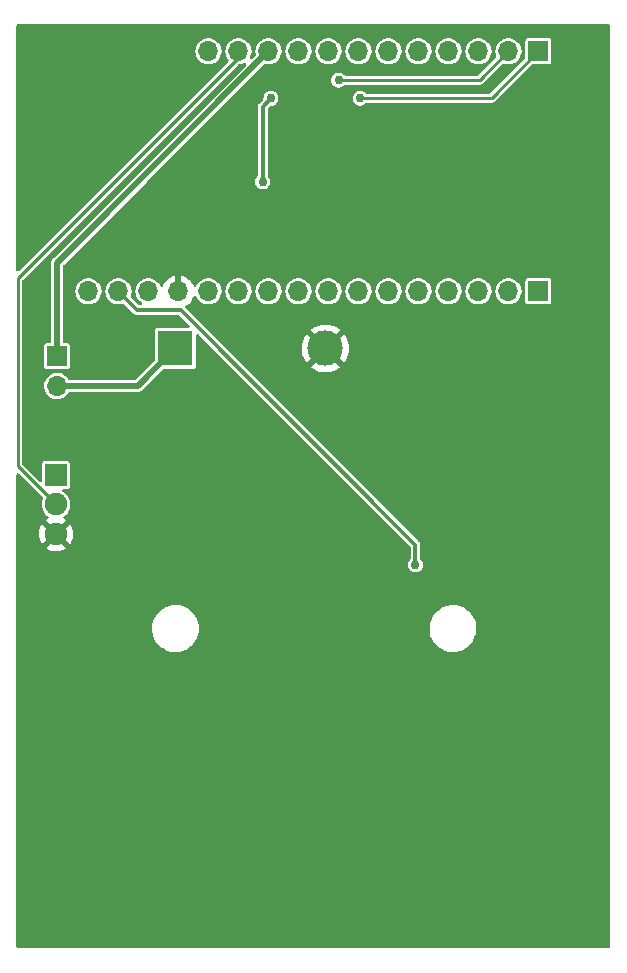
<source format=gbl>
%TF.GenerationSoftware,KiCad,Pcbnew,(6.0.0-0)*%
%TF.CreationDate,2022-01-17T13:15:27+01:00*%
%TF.ProjectId,burrboard,62757272-626f-4617-9264-2e6b69636164,v2.0*%
%TF.SameCoordinates,Original*%
%TF.FileFunction,Copper,L2,Bot*%
%TF.FilePolarity,Positive*%
%FSLAX46Y46*%
G04 Gerber Fmt 4.6, Leading zero omitted, Abs format (unit mm)*
G04 Created by KiCad (PCBNEW (6.0.0-0)) date 2022-01-17 13:15:27*
%MOMM*%
%LPD*%
G01*
G04 APERTURE LIST*
%TA.AperFunction,ComponentPad*%
%ADD10R,1.700000X1.700000*%
%TD*%
%TA.AperFunction,ComponentPad*%
%ADD11O,1.700000X1.700000*%
%TD*%
%TA.AperFunction,ComponentPad*%
%ADD12R,1.900000X1.900000*%
%TD*%
%TA.AperFunction,ComponentPad*%
%ADD13C,1.900000*%
%TD*%
%TA.AperFunction,ComponentPad*%
%ADD14C,3.000000*%
%TD*%
%TA.AperFunction,ComponentPad*%
%ADD15R,3.000000X3.000000*%
%TD*%
%TA.AperFunction,ViaPad*%
%ADD16C,0.762000*%
%TD*%
%TA.AperFunction,Conductor*%
%ADD17C,0.304800*%
%TD*%
%TA.AperFunction,Conductor*%
%ADD18C,0.508000*%
%TD*%
%TA.AperFunction,Conductor*%
%ADD19C,0.254000*%
%TD*%
G04 APERTURE END LIST*
D10*
%TO.P,J3,1,Pin_1*%
%TO.N,/VUSB*%
X182600600Y-90368200D03*
D11*
%TO.P,J3,2,Pin_2*%
%TO.N,VDD*%
X182600600Y-92908200D03*
%TD*%
D10*
%TO.P,J1,1,Pin_1*%
%TO.N,unconnected-(J1-Pad1)*%
X223342200Y-84886800D03*
D11*
%TO.P,J1,2,Pin_2*%
%TO.N,unconnected-(J1-Pad2)*%
X220802200Y-84886800D03*
%TO.P,J1,3,Pin_3*%
%TO.N,unconnected-(J1-Pad3)*%
X218262200Y-84886800D03*
%TO.P,J1,4,Pin_4*%
%TO.N,unconnected-(J1-Pad4)*%
X215722200Y-84886800D03*
%TO.P,J1,5,Pin_5*%
%TO.N,unconnected-(J1-Pad5)*%
X213182200Y-84886800D03*
%TO.P,J1,6,Pin_6*%
%TO.N,unconnected-(J1-Pad6)*%
X210642200Y-84886800D03*
%TO.P,J1,7,Pin_7*%
%TO.N,/A5*%
X208102200Y-84886800D03*
%TO.P,J1,8,Pin_8*%
%TO.N,/A4*%
X205562200Y-84886800D03*
%TO.P,J1,9,Pin_9*%
%TO.N,/A3*%
X203022200Y-84886800D03*
%TO.P,J1,10,Pin_10*%
%TO.N,/A2*%
X200482200Y-84886800D03*
%TO.P,J1,11,Pin_11*%
%TO.N,/A1*%
X197942200Y-84886800D03*
%TO.P,J1,12,Pin_12*%
%TO.N,/A0*%
X195402200Y-84886800D03*
%TO.P,J1,13,Pin_13*%
%TO.N,GND*%
X192862200Y-84886800D03*
%TO.P,J1,14,Pin_14*%
%TO.N,unconnected-(J1-Pad14)*%
X190322200Y-84886800D03*
%TO.P,J1,15,Pin_15*%
%TO.N,/3V3*%
X187782200Y-84886800D03*
%TO.P,J1,16,Pin_16*%
%TO.N,unconnected-(J1-Pad16)*%
X185242200Y-84886800D03*
%TD*%
D10*
%TO.P,J2,1,Pin_1*%
%TO.N,/SDA*%
X223342200Y-64566800D03*
D11*
%TO.P,J2,2,Pin_2*%
%TO.N,/SCL*%
X220802200Y-64566800D03*
%TO.P,J2,3,Pin_3*%
%TO.N,/F0*%
X218262200Y-64566800D03*
%TO.P,J2,4,Pin_4*%
%TO.N,/F1*%
X215722200Y-64566800D03*
%TO.P,J2,5,Pin_5*%
%TO.N,/F2*%
X213182200Y-64566800D03*
%TO.P,J2,6,Pin_6*%
%TO.N,/F3*%
X210642200Y-64566800D03*
%TO.P,J2,7,Pin_7*%
%TO.N,unconnected-(J2-Pad7)*%
X208102200Y-64566800D03*
%TO.P,J2,8,Pin_8*%
%TO.N,unconnected-(J2-Pad8)*%
X205562200Y-64566800D03*
%TO.P,J2,9,Pin_9*%
%TO.N,unconnected-(J2-Pad9)*%
X203022200Y-64566800D03*
%TO.P,J2,10,Pin_10*%
%TO.N,/VUSB*%
X200482200Y-64566800D03*
%TO.P,J2,11,Pin_11*%
%TO.N,/EN*%
X197942200Y-64566800D03*
%TO.P,J2,12,Pin_12*%
%TO.N,unconnected-(J2-Pad12)*%
X195402200Y-64566800D03*
%TD*%
D12*
%TO.P,S3,1,A*%
%TO.N,unconnected-(S3-Pad1)*%
X182499000Y-100431600D03*
D13*
%TO.P,S3,2,B*%
%TO.N,/EN*%
X182499000Y-102931600D03*
%TO.P,S3,3,C*%
%TO.N,GND*%
X182499000Y-105431600D03*
%TD*%
D14*
%TO.P,BT1,2,-*%
%TO.N,GND*%
X205308200Y-89712800D03*
D15*
%TO.P,BT1,1,+*%
%TO.N,VDD*%
X192608200Y-89712800D03*
%TD*%
D16*
%TO.N,/3V3*%
X212933280Y-108051600D03*
X199999600Y-75615800D03*
X200685400Y-68554600D03*
%TO.N,/SDA*%
X208254600Y-68529200D03*
%TO.N,/SCL*%
X206425800Y-67005200D03*
%TD*%
D17*
%TO.N,/3V3*%
X212933280Y-106327658D02*
X212933280Y-108051600D01*
X193067222Y-86461600D02*
X212933280Y-106327658D01*
X189357000Y-86461600D02*
X193067222Y-86461600D01*
X187782200Y-84886800D02*
X189357000Y-86461600D01*
D18*
%TO.N,VDD*%
X182600600Y-92908200D02*
X189412800Y-92908200D01*
X189412800Y-92908200D02*
X192608200Y-89712800D01*
%TO.N,/VUSB*%
X182600600Y-90368200D02*
X182600600Y-82448400D01*
X182600600Y-82448400D02*
X200482200Y-64566800D01*
D17*
%TO.N,/3V3*%
X199999600Y-69240400D02*
X199999600Y-75615800D01*
X200685400Y-68554600D02*
X199999600Y-69240400D01*
D19*
%TO.N,/EN*%
X182499000Y-102931600D02*
X179247410Y-99680010D01*
X179247410Y-99680010D02*
X179247410Y-83800070D01*
X197942200Y-65105280D02*
X197942200Y-64566800D01*
X179247410Y-83800070D02*
X197942200Y-65105280D01*
%TO.N,/SDA*%
X208254600Y-68529200D02*
X219379800Y-68529200D01*
X219379800Y-68529200D02*
X223342200Y-64566800D01*
%TO.N,/SCL*%
X218363800Y-67005200D02*
X220802200Y-64566800D01*
X206425800Y-67005200D02*
X218363800Y-67005200D01*
%TD*%
%TA.AperFunction,Conductor*%
%TO.N,GND*%
G36*
X229380321Y-62300802D02*
G01*
X229426814Y-62354458D01*
X229438200Y-62406800D01*
X229438200Y-140386800D01*
X229418198Y-140454921D01*
X229364542Y-140501414D01*
X229312200Y-140512800D01*
X179272200Y-140512800D01*
X179204079Y-140492798D01*
X179157586Y-140439142D01*
X179146200Y-140386800D01*
X179146200Y-113401628D01*
X190623889Y-113401628D01*
X190624133Y-113406063D01*
X190624133Y-113406067D01*
X190627076Y-113459533D01*
X190639293Y-113681531D01*
X190693982Y-113956471D01*
X190786865Y-114220962D01*
X190788918Y-114224913D01*
X190788920Y-114224919D01*
X190914036Y-114465778D01*
X190916088Y-114469728D01*
X190918671Y-114473343D01*
X190918675Y-114473349D01*
X191076485Y-114694183D01*
X191079073Y-114697804D01*
X191272569Y-114900639D01*
X191276065Y-114903395D01*
X191276066Y-114903396D01*
X191328233Y-114944521D01*
X191492714Y-115074188D01*
X191547087Y-115105770D01*
X191731269Y-115212752D01*
X191731275Y-115212755D01*
X191735116Y-115214986D01*
X191739239Y-115216656D01*
X191990812Y-115318554D01*
X191990815Y-115318555D01*
X191994938Y-115320225D01*
X191999251Y-115321296D01*
X191999256Y-115321298D01*
X192262676Y-115386732D01*
X192262681Y-115386733D01*
X192266997Y-115387805D01*
X192271425Y-115388259D01*
X192271427Y-115388259D01*
X192346109Y-115395911D01*
X192506072Y-115412300D01*
X192679607Y-115412300D01*
X192887826Y-115397557D01*
X192892181Y-115396619D01*
X192892184Y-115396619D01*
X193157526Y-115339493D01*
X193157528Y-115339493D01*
X193161873Y-115338557D01*
X193424873Y-115241531D01*
X193474070Y-115214986D01*
X193667662Y-115110529D01*
X193671578Y-115108416D01*
X193897066Y-114941868D01*
X194096837Y-114745210D01*
X194266907Y-114522367D01*
X194403880Y-114277783D01*
X194505025Y-114016339D01*
X194517926Y-113960683D01*
X194567317Y-113747592D01*
X194568323Y-113743253D01*
X194592511Y-113463972D01*
X194592267Y-113459533D01*
X194589080Y-113401628D01*
X214123889Y-113401628D01*
X214124133Y-113406063D01*
X214124133Y-113406067D01*
X214127076Y-113459533D01*
X214139293Y-113681531D01*
X214193982Y-113956471D01*
X214286865Y-114220962D01*
X214288918Y-114224913D01*
X214288920Y-114224919D01*
X214414036Y-114465778D01*
X214416088Y-114469728D01*
X214418671Y-114473343D01*
X214418675Y-114473349D01*
X214576485Y-114694183D01*
X214579073Y-114697804D01*
X214772569Y-114900639D01*
X214776065Y-114903395D01*
X214776066Y-114903396D01*
X214828233Y-114944521D01*
X214992714Y-115074188D01*
X215047087Y-115105770D01*
X215231269Y-115212752D01*
X215231275Y-115212755D01*
X215235116Y-115214986D01*
X215239239Y-115216656D01*
X215490812Y-115318554D01*
X215490815Y-115318555D01*
X215494938Y-115320225D01*
X215499251Y-115321296D01*
X215499256Y-115321298D01*
X215762676Y-115386732D01*
X215762681Y-115386733D01*
X215766997Y-115387805D01*
X215771425Y-115388259D01*
X215771427Y-115388259D01*
X215846109Y-115395911D01*
X216006072Y-115412300D01*
X216179607Y-115412300D01*
X216387826Y-115397557D01*
X216392181Y-115396619D01*
X216392184Y-115396619D01*
X216657526Y-115339493D01*
X216657528Y-115339493D01*
X216661873Y-115338557D01*
X216924873Y-115241531D01*
X216974070Y-115214986D01*
X217167662Y-115110529D01*
X217171578Y-115108416D01*
X217397066Y-114941868D01*
X217596837Y-114745210D01*
X217766907Y-114522367D01*
X217903880Y-114277783D01*
X218005025Y-114016339D01*
X218017926Y-113960683D01*
X218067317Y-113747592D01*
X218068323Y-113743253D01*
X218092511Y-113463972D01*
X218092267Y-113459533D01*
X218077352Y-113188512D01*
X218077351Y-113188505D01*
X218077107Y-113184069D01*
X218022418Y-112909129D01*
X217929535Y-112644638D01*
X217902174Y-112591964D01*
X217802364Y-112399822D01*
X217802363Y-112399820D01*
X217800312Y-112395872D01*
X217797729Y-112392257D01*
X217797725Y-112392251D01*
X217639915Y-112171417D01*
X217639912Y-112171413D01*
X217637327Y-112167796D01*
X217443831Y-111964961D01*
X217395506Y-111926864D01*
X217227182Y-111794168D01*
X217223686Y-111791412D01*
X217114620Y-111728062D01*
X216985131Y-111652848D01*
X216985125Y-111652845D01*
X216981284Y-111650614D01*
X216911943Y-111622528D01*
X216725588Y-111547046D01*
X216725585Y-111547045D01*
X216721462Y-111545375D01*
X216717149Y-111544304D01*
X216717144Y-111544302D01*
X216453724Y-111478868D01*
X216453719Y-111478867D01*
X216449403Y-111477795D01*
X216444975Y-111477341D01*
X216444973Y-111477341D01*
X216354222Y-111468043D01*
X216210328Y-111453300D01*
X216036793Y-111453300D01*
X215828574Y-111468043D01*
X215824219Y-111468981D01*
X215824216Y-111468981D01*
X215558874Y-111526107D01*
X215558872Y-111526107D01*
X215554527Y-111527043D01*
X215291527Y-111624069D01*
X215287609Y-111626183D01*
X215238190Y-111652848D01*
X215044822Y-111757184D01*
X214819334Y-111923732D01*
X214619563Y-112120390D01*
X214449493Y-112343233D01*
X214312520Y-112587817D01*
X214211375Y-112849261D01*
X214210372Y-112853586D01*
X214210371Y-112853591D01*
X214197498Y-112909129D01*
X214148077Y-113122347D01*
X214123889Y-113401628D01*
X194589080Y-113401628D01*
X194577352Y-113188512D01*
X194577351Y-113188505D01*
X194577107Y-113184069D01*
X194522418Y-112909129D01*
X194429535Y-112644638D01*
X194402174Y-112591964D01*
X194302364Y-112399822D01*
X194302363Y-112399820D01*
X194300312Y-112395872D01*
X194297729Y-112392257D01*
X194297725Y-112392251D01*
X194139915Y-112171417D01*
X194139912Y-112171413D01*
X194137327Y-112167796D01*
X193943831Y-111964961D01*
X193895506Y-111926864D01*
X193727182Y-111794168D01*
X193723686Y-111791412D01*
X193614620Y-111728062D01*
X193485131Y-111652848D01*
X193485125Y-111652845D01*
X193481284Y-111650614D01*
X193411943Y-111622528D01*
X193225588Y-111547046D01*
X193225585Y-111547045D01*
X193221462Y-111545375D01*
X193217149Y-111544304D01*
X193217144Y-111544302D01*
X192953724Y-111478868D01*
X192953719Y-111478867D01*
X192949403Y-111477795D01*
X192944975Y-111477341D01*
X192944973Y-111477341D01*
X192854222Y-111468043D01*
X192710328Y-111453300D01*
X192536793Y-111453300D01*
X192328574Y-111468043D01*
X192324219Y-111468981D01*
X192324216Y-111468981D01*
X192058874Y-111526107D01*
X192058872Y-111526107D01*
X192054527Y-111527043D01*
X191791527Y-111624069D01*
X191787609Y-111626183D01*
X191738190Y-111652848D01*
X191544822Y-111757184D01*
X191319334Y-111923732D01*
X191119563Y-112120390D01*
X190949493Y-112343233D01*
X190812520Y-112587817D01*
X190711375Y-112849261D01*
X190710372Y-112853586D01*
X190710371Y-112853591D01*
X190697498Y-112909129D01*
X190648077Y-113122347D01*
X190623889Y-113401628D01*
X179146200Y-113401628D01*
X179146200Y-106630500D01*
X181665358Y-106630500D01*
X181668661Y-106635160D01*
X181862399Y-106748371D01*
X181871686Y-106752821D01*
X182086006Y-106834662D01*
X182095908Y-106837539D01*
X182320699Y-106883273D01*
X182330951Y-106884496D01*
X182560202Y-106892902D01*
X182570488Y-106892435D01*
X182798043Y-106863284D01*
X182808129Y-106861141D01*
X183027864Y-106795217D01*
X183037459Y-106791456D01*
X183243466Y-106690535D01*
X183252332Y-106685250D01*
X183319945Y-106637021D01*
X183328346Y-106626321D01*
X183321358Y-106613168D01*
X182511812Y-105803622D01*
X182497868Y-105796008D01*
X182496035Y-105796139D01*
X182489420Y-105800390D01*
X181672635Y-106617175D01*
X181665358Y-106630500D01*
X179146200Y-106630500D01*
X179146200Y-105401012D01*
X181036737Y-105401012D01*
X181049944Y-105630051D01*
X181051377Y-105640253D01*
X181101810Y-105864042D01*
X181104898Y-105873895D01*
X181191204Y-106086440D01*
X181195852Y-106095641D01*
X181292736Y-106253743D01*
X181303192Y-106263204D01*
X181311970Y-106259420D01*
X182126978Y-105444412D01*
X182133356Y-105432732D01*
X182863408Y-105432732D01*
X182863539Y-105434565D01*
X182867790Y-105441180D01*
X183681130Y-106254520D01*
X183693141Y-106261079D01*
X183704880Y-106252111D01*
X183750012Y-106189302D01*
X183755327Y-106180457D01*
X183856966Y-105974806D01*
X183860765Y-105965211D01*
X183927453Y-105745720D01*
X183929632Y-105735639D01*
X183959813Y-105506389D01*
X183960332Y-105499714D01*
X183961915Y-105434964D01*
X183961721Y-105428247D01*
X183942776Y-105197806D01*
X183941093Y-105187644D01*
X183885204Y-104965139D01*
X183881883Y-104955384D01*
X183790409Y-104745010D01*
X183785531Y-104735912D01*
X183704384Y-104610476D01*
X183693698Y-104601274D01*
X183684133Y-104605677D01*
X182871022Y-105418788D01*
X182863408Y-105432732D01*
X182133356Y-105432732D01*
X182134592Y-105430468D01*
X182134461Y-105428635D01*
X182130210Y-105422020D01*
X181316884Y-104608694D01*
X181305348Y-104602394D01*
X181293065Y-104612018D01*
X181229849Y-104704689D01*
X181224756Y-104713653D01*
X181128163Y-104921745D01*
X181124606Y-104931413D01*
X181063299Y-105152479D01*
X181061368Y-105162599D01*
X181036989Y-105390723D01*
X181036737Y-105401012D01*
X179146200Y-105401012D01*
X179146200Y-100422512D01*
X179166202Y-100354391D01*
X179219858Y-100307898D01*
X179290132Y-100297794D01*
X179354712Y-100327288D01*
X179361295Y-100333417D01*
X181356016Y-102328138D01*
X181390042Y-102390450D01*
X181383375Y-102464967D01*
X181381420Y-102468683D01*
X181379709Y-102474193D01*
X181379707Y-102474198D01*
X181370559Y-102503661D01*
X181315774Y-102680098D01*
X181315095Y-102685833D01*
X181315095Y-102685834D01*
X181312098Y-102711157D01*
X181289755Y-102899935D01*
X181304233Y-103120833D01*
X181358724Y-103335393D01*
X181451404Y-103536430D01*
X181579167Y-103717211D01*
X181737736Y-103871682D01*
X181742532Y-103874887D01*
X181742535Y-103874889D01*
X181823560Y-103929028D01*
X181869088Y-103983505D01*
X181877936Y-104053948D01*
X181847294Y-104117992D01*
X181811738Y-104145556D01*
X181723993Y-104191233D01*
X181715268Y-104196727D01*
X181677248Y-104225274D01*
X181668795Y-104236599D01*
X181675540Y-104248930D01*
X182486188Y-105059578D01*
X182500132Y-105067192D01*
X182501965Y-105067061D01*
X182508580Y-105062810D01*
X183323590Y-104247800D01*
X183330611Y-104234943D01*
X183322838Y-104224276D01*
X183312667Y-104216243D01*
X183304083Y-104210540D01*
X183188095Y-104146511D01*
X183138125Y-104096079D01*
X183123353Y-104026636D01*
X183148469Y-103960231D01*
X183177622Y-103932363D01*
X183179116Y-103931336D01*
X183184159Y-103928512D01*
X183354359Y-103786959D01*
X183495912Y-103616759D01*
X183604079Y-103423613D01*
X183675237Y-103213990D01*
X183707002Y-102994909D01*
X183708660Y-102931600D01*
X183688404Y-102711157D01*
X183679645Y-102680098D01*
X183629884Y-102503661D01*
X183628315Y-102498097D01*
X183530405Y-102299554D01*
X183397953Y-102122179D01*
X183235394Y-101971912D01*
X183071751Y-101868661D01*
X183024812Y-101815394D01*
X183014123Y-101745207D01*
X183043078Y-101680383D01*
X183102482Y-101641503D01*
X183138985Y-101636099D01*
X183474066Y-101636099D01*
X183509818Y-101628988D01*
X183536126Y-101623756D01*
X183536128Y-101623755D01*
X183548301Y-101621334D01*
X183558621Y-101614439D01*
X183558622Y-101614438D01*
X183622168Y-101571977D01*
X183632484Y-101565084D01*
X183688734Y-101480901D01*
X183703500Y-101406667D01*
X183703499Y-99456534D01*
X183688734Y-99382299D01*
X183632484Y-99298116D01*
X183548301Y-99241866D01*
X183474067Y-99227100D01*
X182499158Y-99227100D01*
X181523934Y-99227101D01*
X181488182Y-99234212D01*
X181461874Y-99239444D01*
X181461872Y-99239445D01*
X181449699Y-99241866D01*
X181439379Y-99248761D01*
X181439378Y-99248762D01*
X181378985Y-99289116D01*
X181365516Y-99298116D01*
X181309266Y-99382299D01*
X181294500Y-99456533D01*
X181294501Y-100307898D01*
X181294501Y-100883388D01*
X181274499Y-100951509D01*
X181220843Y-100998002D01*
X181150569Y-101008106D01*
X181085989Y-100978613D01*
X181079406Y-100972483D01*
X179665815Y-99558892D01*
X179631789Y-99496580D01*
X179628910Y-99469797D01*
X179628910Y-92879164D01*
X181491748Y-92879164D01*
X181505024Y-93081722D01*
X181554992Y-93278469D01*
X181557409Y-93283712D01*
X181593406Y-93361796D01*
X181639977Y-93462816D01*
X181757133Y-93628589D01*
X181902538Y-93770235D01*
X182071320Y-93883012D01*
X182076623Y-93885290D01*
X182076626Y-93885292D01*
X182165307Y-93923392D01*
X182257828Y-93963142D01*
X182330844Y-93979664D01*
X182450179Y-94006667D01*
X182450184Y-94006668D01*
X182455816Y-94007942D01*
X182461587Y-94008169D01*
X182461589Y-94008169D01*
X182521356Y-94010517D01*
X182658653Y-94015912D01*
X182759099Y-94001348D01*
X182853831Y-93987613D01*
X182853836Y-93987612D01*
X182859545Y-93986784D01*
X182865009Y-93984929D01*
X182865014Y-93984928D01*
X183046293Y-93923392D01*
X183046298Y-93923390D01*
X183051765Y-93921534D01*
X183228876Y-93822347D01*
X183291534Y-93770235D01*
X183380513Y-93696231D01*
X183384945Y-93692545D01*
X183514747Y-93536476D01*
X183545741Y-93481132D01*
X183596476Y-93431472D01*
X183655674Y-93416700D01*
X189341728Y-93416700D01*
X189353858Y-93418055D01*
X189353897Y-93417573D01*
X189362844Y-93418293D01*
X189371600Y-93420274D01*
X189425308Y-93416942D01*
X189433110Y-93416700D01*
X189449313Y-93416700D01*
X189458229Y-93415423D01*
X189459678Y-93415216D01*
X189469728Y-93414187D01*
X189508016Y-93411811D01*
X189516977Y-93411255D01*
X189525423Y-93408206D01*
X189528314Y-93407607D01*
X189545280Y-93403378D01*
X189548105Y-93402552D01*
X189556987Y-93401280D01*
X189600098Y-93381678D01*
X189609449Y-93377872D01*
X189645535Y-93364845D01*
X189653981Y-93361796D01*
X189661229Y-93356501D01*
X189663827Y-93355120D01*
X189678945Y-93346285D01*
X189681414Y-93344706D01*
X189689582Y-93340992D01*
X189725453Y-93310084D01*
X189733369Y-93303799D01*
X189740415Y-93298652D01*
X189740420Y-93298647D01*
X189744352Y-93295775D01*
X189755327Y-93284800D01*
X189762175Y-93278442D01*
X189793123Y-93251776D01*
X189793124Y-93251775D01*
X189799927Y-93245913D01*
X189804811Y-93238378D01*
X189810258Y-93232134D01*
X189819858Y-93220269D01*
X191535922Y-91504205D01*
X191598234Y-91470179D01*
X191625017Y-91467300D01*
X193861823Y-91467299D01*
X194133266Y-91467299D01*
X194169018Y-91460188D01*
X194195326Y-91454956D01*
X194195328Y-91454955D01*
X194207501Y-91452534D01*
X194217821Y-91445639D01*
X194217822Y-91445638D01*
X194281368Y-91403177D01*
X194291684Y-91396284D01*
X194347934Y-91312101D01*
X194362700Y-91237867D01*
X194362699Y-88636710D01*
X194382701Y-88568589D01*
X194436357Y-88522096D01*
X194506631Y-88511992D01*
X194571211Y-88541486D01*
X194577794Y-88547615D01*
X212489475Y-106459296D01*
X212523501Y-106521608D01*
X212526380Y-106548391D01*
X212526380Y-107505904D01*
X212506378Y-107574025D01*
X212483212Y-107600851D01*
X212457542Y-107623244D01*
X212369098Y-107749088D01*
X212366339Y-107756163D01*
X212366338Y-107756166D01*
X212315984Y-107885317D01*
X212313224Y-107892397D01*
X212293147Y-108044896D01*
X212310026Y-108197783D01*
X212312635Y-108204914D01*
X212312636Y-108204916D01*
X212319743Y-108224335D01*
X212362886Y-108342230D01*
X212367122Y-108348533D01*
X212367122Y-108348534D01*
X212444442Y-108463599D01*
X212444445Y-108463602D01*
X212448676Y-108469899D01*
X212562443Y-108573419D01*
X212697618Y-108646813D01*
X212846399Y-108685845D01*
X212926218Y-108687099D01*
X212992598Y-108688142D01*
X212992601Y-108688142D01*
X213000196Y-108688261D01*
X213007600Y-108686565D01*
X213007602Y-108686565D01*
X213062869Y-108673907D01*
X213150129Y-108653922D01*
X213171467Y-108643190D01*
X213280761Y-108588222D01*
X213280764Y-108588220D01*
X213287544Y-108584810D01*
X213404506Y-108484914D01*
X213494263Y-108360003D01*
X213551635Y-108217288D01*
X213573308Y-108065007D01*
X213573448Y-108051600D01*
X213571726Y-108037365D01*
X213555881Y-107906439D01*
X213554969Y-107898899D01*
X213500599Y-107755013D01*
X213413477Y-107628249D01*
X213407806Y-107623197D01*
X213407804Y-107623194D01*
X213382362Y-107600526D01*
X213344806Y-107540276D01*
X213340180Y-107506449D01*
X213340180Y-106263212D01*
X213333226Y-106241810D01*
X213328610Y-106222584D01*
X213326640Y-106210145D01*
X213325089Y-106200352D01*
X213314872Y-106180299D01*
X213307308Y-106162038D01*
X213303416Y-106150061D01*
X213303415Y-106150059D01*
X213300350Y-106140626D01*
X213287120Y-106122417D01*
X213276788Y-106105558D01*
X213271075Y-106094345D01*
X213266572Y-106085507D01*
X198483519Y-91302454D01*
X204083818Y-91302454D01*
X204090873Y-91312427D01*
X204121879Y-91338351D01*
X204128798Y-91343379D01*
X204353472Y-91484315D01*
X204361007Y-91488356D01*
X204602720Y-91597494D01*
X204610751Y-91600480D01*
X204865032Y-91675802D01*
X204873384Y-91677669D01*
X205135540Y-91717784D01*
X205144074Y-91718500D01*
X205409245Y-91722667D01*
X205417796Y-91722218D01*
X205681083Y-91690357D01*
X205689484Y-91688755D01*
X205946024Y-91621453D01*
X205954126Y-91618726D01*
X206199149Y-91517234D01*
X206206817Y-91513428D01*
X206435798Y-91379622D01*
X206442879Y-91374809D01*
X206522855Y-91312101D01*
X206531325Y-91300242D01*
X206524808Y-91288618D01*
X205321012Y-90084822D01*
X205307068Y-90077208D01*
X205305235Y-90077339D01*
X205298620Y-90081590D01*
X204091110Y-91289100D01*
X204083818Y-91302454D01*
X198483519Y-91302454D01*
X196877069Y-89696004D01*
X203295865Y-89696004D01*
X203311132Y-89960769D01*
X203312205Y-89969270D01*
X203363265Y-90229522D01*
X203365476Y-90237774D01*
X203451384Y-90488694D01*
X203454699Y-90496579D01*
X203573864Y-90733513D01*
X203578220Y-90740879D01*
X203707547Y-90929050D01*
X203717801Y-90937394D01*
X203731542Y-90930248D01*
X204936178Y-89725612D01*
X204942556Y-89713932D01*
X205672608Y-89713932D01*
X205672739Y-89715765D01*
X205676990Y-89722380D01*
X206883930Y-90929320D01*
X206896139Y-90935987D01*
X206907639Y-90927297D01*
X207005031Y-90794713D01*
X207009618Y-90787485D01*
X207136162Y-90554421D01*
X207139730Y-90546627D01*
X207233471Y-90298550D01*
X207235948Y-90290344D01*
X207295154Y-90031838D01*
X207296494Y-90023377D01*
X207320231Y-89757416D01*
X207320477Y-89752477D01*
X207320866Y-89715285D01*
X207320723Y-89710319D01*
X207302562Y-89443923D01*
X207301401Y-89435449D01*
X207247619Y-89175744D01*
X207245320Y-89167509D01*
X207156788Y-88917505D01*
X207153391Y-88909654D01*
X207031750Y-88673978D01*
X207027322Y-88666666D01*
X206908231Y-88497217D01*
X206897709Y-88488837D01*
X206884321Y-88495889D01*
X205680222Y-89699988D01*
X205672608Y-89713932D01*
X204942556Y-89713932D01*
X204943792Y-89711668D01*
X204943661Y-89709835D01*
X204939410Y-89703220D01*
X203732014Y-88495824D01*
X203720004Y-88489266D01*
X203708264Y-88498234D01*
X203600135Y-88648711D01*
X203595618Y-88655996D01*
X203471525Y-88890367D01*
X203468039Y-88898195D01*
X203376900Y-89147246D01*
X203374511Y-89155470D01*
X203318012Y-89414595D01*
X203316763Y-89423050D01*
X203295954Y-89687453D01*
X203295865Y-89696004D01*
X196877069Y-89696004D01*
X195306365Y-88125300D01*
X204084784Y-88125300D01*
X204091180Y-88136570D01*
X205295388Y-89340778D01*
X205309332Y-89348392D01*
X205311165Y-89348261D01*
X205317780Y-89344010D01*
X206524804Y-88136986D01*
X206531995Y-88123817D01*
X206524673Y-88113580D01*
X206477433Y-88074915D01*
X206470461Y-88069960D01*
X206244322Y-87931382D01*
X206236752Y-87927424D01*
X205993904Y-87820822D01*
X205985844Y-87817920D01*
X205730792Y-87745267D01*
X205722414Y-87743485D01*
X205459856Y-87706118D01*
X205451311Y-87705491D01*
X205186108Y-87704102D01*
X205177574Y-87704639D01*
X204914633Y-87739256D01*
X204906235Y-87740949D01*
X204650438Y-87810927D01*
X204642343Y-87813746D01*
X204398399Y-87917797D01*
X204390777Y-87921681D01*
X204163213Y-88057875D01*
X204156181Y-88062762D01*
X204093253Y-88113177D01*
X204084784Y-88125300D01*
X195306365Y-88125300D01*
X193468755Y-86287690D01*
X193434729Y-86225378D01*
X193439794Y-86154563D01*
X193482341Y-86097727D01*
X193502417Y-86085444D01*
X193555295Y-86059539D01*
X193564145Y-86054264D01*
X193737528Y-85930592D01*
X193745400Y-85923939D01*
X193896252Y-85773612D01*
X193902930Y-85765765D01*
X194027203Y-85592820D01*
X194032513Y-85583983D01*
X194126870Y-85393067D01*
X194130669Y-85383472D01*
X194147266Y-85328847D01*
X194186207Y-85269483D01*
X194251062Y-85240596D01*
X194321238Y-85251358D01*
X194374456Y-85298351D01*
X194382248Y-85312722D01*
X194441577Y-85441416D01*
X194558733Y-85607189D01*
X194704138Y-85748835D01*
X194872920Y-85861612D01*
X194878223Y-85863890D01*
X194878226Y-85863892D01*
X195054121Y-85939462D01*
X195059428Y-85941742D01*
X195132444Y-85958264D01*
X195251779Y-85985267D01*
X195251784Y-85985268D01*
X195257416Y-85986542D01*
X195263187Y-85986769D01*
X195263189Y-85986769D01*
X195322956Y-85989117D01*
X195460253Y-85994512D01*
X195567548Y-85978955D01*
X195655431Y-85966213D01*
X195655436Y-85966212D01*
X195661145Y-85965384D01*
X195666609Y-85963529D01*
X195666614Y-85963528D01*
X195847893Y-85901992D01*
X195847898Y-85901990D01*
X195853365Y-85900134D01*
X195892153Y-85878412D01*
X195927883Y-85858402D01*
X196030476Y-85800947D01*
X196070169Y-85767935D01*
X196157896Y-85694972D01*
X196186545Y-85671145D01*
X196316347Y-85515076D01*
X196415534Y-85337965D01*
X196417390Y-85332498D01*
X196417392Y-85332493D01*
X196478928Y-85151214D01*
X196478929Y-85151209D01*
X196480784Y-85145745D01*
X196481612Y-85140036D01*
X196481613Y-85140031D01*
X196509379Y-84948527D01*
X196509912Y-84944853D01*
X196511432Y-84886800D01*
X196508764Y-84857764D01*
X196833348Y-84857764D01*
X196846624Y-85060322D01*
X196848045Y-85065918D01*
X196848046Y-85065923D01*
X196867063Y-85140800D01*
X196896592Y-85257069D01*
X196899009Y-85262312D01*
X196936210Y-85343008D01*
X196981577Y-85441416D01*
X197098733Y-85607189D01*
X197244138Y-85748835D01*
X197412920Y-85861612D01*
X197418223Y-85863890D01*
X197418226Y-85863892D01*
X197594121Y-85939462D01*
X197599428Y-85941742D01*
X197672444Y-85958264D01*
X197791779Y-85985267D01*
X197791784Y-85985268D01*
X197797416Y-85986542D01*
X197803187Y-85986769D01*
X197803189Y-85986769D01*
X197862956Y-85989117D01*
X198000253Y-85994512D01*
X198107548Y-85978955D01*
X198195431Y-85966213D01*
X198195436Y-85966212D01*
X198201145Y-85965384D01*
X198206609Y-85963529D01*
X198206614Y-85963528D01*
X198387893Y-85901992D01*
X198387898Y-85901990D01*
X198393365Y-85900134D01*
X198432153Y-85878412D01*
X198467883Y-85858402D01*
X198570476Y-85800947D01*
X198610169Y-85767935D01*
X198697896Y-85694972D01*
X198726545Y-85671145D01*
X198856347Y-85515076D01*
X198955534Y-85337965D01*
X198957390Y-85332498D01*
X198957392Y-85332493D01*
X199018928Y-85151214D01*
X199018929Y-85151209D01*
X199020784Y-85145745D01*
X199021612Y-85140036D01*
X199021613Y-85140031D01*
X199049379Y-84948527D01*
X199049912Y-84944853D01*
X199051432Y-84886800D01*
X199048764Y-84857764D01*
X199373348Y-84857764D01*
X199386624Y-85060322D01*
X199388045Y-85065918D01*
X199388046Y-85065923D01*
X199407063Y-85140800D01*
X199436592Y-85257069D01*
X199439009Y-85262312D01*
X199476210Y-85343008D01*
X199521577Y-85441416D01*
X199638733Y-85607189D01*
X199784138Y-85748835D01*
X199952920Y-85861612D01*
X199958223Y-85863890D01*
X199958226Y-85863892D01*
X200134121Y-85939462D01*
X200139428Y-85941742D01*
X200212444Y-85958264D01*
X200331779Y-85985267D01*
X200331784Y-85985268D01*
X200337416Y-85986542D01*
X200343187Y-85986769D01*
X200343189Y-85986769D01*
X200402956Y-85989117D01*
X200540253Y-85994512D01*
X200647548Y-85978955D01*
X200735431Y-85966213D01*
X200735436Y-85966212D01*
X200741145Y-85965384D01*
X200746609Y-85963529D01*
X200746614Y-85963528D01*
X200927893Y-85901992D01*
X200927898Y-85901990D01*
X200933365Y-85900134D01*
X200972153Y-85878412D01*
X201007883Y-85858402D01*
X201110476Y-85800947D01*
X201150169Y-85767935D01*
X201237896Y-85694972D01*
X201266545Y-85671145D01*
X201396347Y-85515076D01*
X201495534Y-85337965D01*
X201497390Y-85332498D01*
X201497392Y-85332493D01*
X201558928Y-85151214D01*
X201558929Y-85151209D01*
X201560784Y-85145745D01*
X201561612Y-85140036D01*
X201561613Y-85140031D01*
X201589379Y-84948527D01*
X201589912Y-84944853D01*
X201591432Y-84886800D01*
X201588764Y-84857764D01*
X201913348Y-84857764D01*
X201926624Y-85060322D01*
X201928045Y-85065918D01*
X201928046Y-85065923D01*
X201947063Y-85140800D01*
X201976592Y-85257069D01*
X201979009Y-85262312D01*
X202016210Y-85343008D01*
X202061577Y-85441416D01*
X202178733Y-85607189D01*
X202324138Y-85748835D01*
X202492920Y-85861612D01*
X202498223Y-85863890D01*
X202498226Y-85863892D01*
X202674121Y-85939462D01*
X202679428Y-85941742D01*
X202752444Y-85958264D01*
X202871779Y-85985267D01*
X202871784Y-85985268D01*
X202877416Y-85986542D01*
X202883187Y-85986769D01*
X202883189Y-85986769D01*
X202942956Y-85989117D01*
X203080253Y-85994512D01*
X203187548Y-85978955D01*
X203275431Y-85966213D01*
X203275436Y-85966212D01*
X203281145Y-85965384D01*
X203286609Y-85963529D01*
X203286614Y-85963528D01*
X203467893Y-85901992D01*
X203467898Y-85901990D01*
X203473365Y-85900134D01*
X203512153Y-85878412D01*
X203547883Y-85858402D01*
X203650476Y-85800947D01*
X203690169Y-85767935D01*
X203777896Y-85694972D01*
X203806545Y-85671145D01*
X203936347Y-85515076D01*
X204035534Y-85337965D01*
X204037390Y-85332498D01*
X204037392Y-85332493D01*
X204098928Y-85151214D01*
X204098929Y-85151209D01*
X204100784Y-85145745D01*
X204101612Y-85140036D01*
X204101613Y-85140031D01*
X204129379Y-84948527D01*
X204129912Y-84944853D01*
X204131432Y-84886800D01*
X204128764Y-84857764D01*
X204453348Y-84857764D01*
X204466624Y-85060322D01*
X204468045Y-85065918D01*
X204468046Y-85065923D01*
X204487063Y-85140800D01*
X204516592Y-85257069D01*
X204519009Y-85262312D01*
X204556210Y-85343008D01*
X204601577Y-85441416D01*
X204718733Y-85607189D01*
X204864138Y-85748835D01*
X205032920Y-85861612D01*
X205038223Y-85863890D01*
X205038226Y-85863892D01*
X205214121Y-85939462D01*
X205219428Y-85941742D01*
X205292444Y-85958264D01*
X205411779Y-85985267D01*
X205411784Y-85985268D01*
X205417416Y-85986542D01*
X205423187Y-85986769D01*
X205423189Y-85986769D01*
X205482956Y-85989117D01*
X205620253Y-85994512D01*
X205727548Y-85978955D01*
X205815431Y-85966213D01*
X205815436Y-85966212D01*
X205821145Y-85965384D01*
X205826609Y-85963529D01*
X205826614Y-85963528D01*
X206007893Y-85901992D01*
X206007898Y-85901990D01*
X206013365Y-85900134D01*
X206052153Y-85878412D01*
X206087883Y-85858402D01*
X206190476Y-85800947D01*
X206230169Y-85767935D01*
X206317896Y-85694972D01*
X206346545Y-85671145D01*
X206476347Y-85515076D01*
X206575534Y-85337965D01*
X206577390Y-85332498D01*
X206577392Y-85332493D01*
X206638928Y-85151214D01*
X206638929Y-85151209D01*
X206640784Y-85145745D01*
X206641612Y-85140036D01*
X206641613Y-85140031D01*
X206669379Y-84948527D01*
X206669912Y-84944853D01*
X206671432Y-84886800D01*
X206668764Y-84857764D01*
X206993348Y-84857764D01*
X207006624Y-85060322D01*
X207008045Y-85065918D01*
X207008046Y-85065923D01*
X207027063Y-85140800D01*
X207056592Y-85257069D01*
X207059009Y-85262312D01*
X207096210Y-85343008D01*
X207141577Y-85441416D01*
X207258733Y-85607189D01*
X207404138Y-85748835D01*
X207572920Y-85861612D01*
X207578223Y-85863890D01*
X207578226Y-85863892D01*
X207754121Y-85939462D01*
X207759428Y-85941742D01*
X207832444Y-85958264D01*
X207951779Y-85985267D01*
X207951784Y-85985268D01*
X207957416Y-85986542D01*
X207963187Y-85986769D01*
X207963189Y-85986769D01*
X208022956Y-85989117D01*
X208160253Y-85994512D01*
X208267548Y-85978955D01*
X208355431Y-85966213D01*
X208355436Y-85966212D01*
X208361145Y-85965384D01*
X208366609Y-85963529D01*
X208366614Y-85963528D01*
X208547893Y-85901992D01*
X208547898Y-85901990D01*
X208553365Y-85900134D01*
X208592153Y-85878412D01*
X208627883Y-85858402D01*
X208730476Y-85800947D01*
X208770169Y-85767935D01*
X208857896Y-85694972D01*
X208886545Y-85671145D01*
X209016347Y-85515076D01*
X209115534Y-85337965D01*
X209117390Y-85332498D01*
X209117392Y-85332493D01*
X209178928Y-85151214D01*
X209178929Y-85151209D01*
X209180784Y-85145745D01*
X209181612Y-85140036D01*
X209181613Y-85140031D01*
X209209379Y-84948527D01*
X209209912Y-84944853D01*
X209211432Y-84886800D01*
X209208764Y-84857764D01*
X209533348Y-84857764D01*
X209546624Y-85060322D01*
X209548045Y-85065918D01*
X209548046Y-85065923D01*
X209567063Y-85140800D01*
X209596592Y-85257069D01*
X209599009Y-85262312D01*
X209636210Y-85343008D01*
X209681577Y-85441416D01*
X209798733Y-85607189D01*
X209944138Y-85748835D01*
X210112920Y-85861612D01*
X210118223Y-85863890D01*
X210118226Y-85863892D01*
X210294121Y-85939462D01*
X210299428Y-85941742D01*
X210372444Y-85958264D01*
X210491779Y-85985267D01*
X210491784Y-85985268D01*
X210497416Y-85986542D01*
X210503187Y-85986769D01*
X210503189Y-85986769D01*
X210562956Y-85989117D01*
X210700253Y-85994512D01*
X210807548Y-85978955D01*
X210895431Y-85966213D01*
X210895436Y-85966212D01*
X210901145Y-85965384D01*
X210906609Y-85963529D01*
X210906614Y-85963528D01*
X211087893Y-85901992D01*
X211087898Y-85901990D01*
X211093365Y-85900134D01*
X211132153Y-85878412D01*
X211167883Y-85858402D01*
X211270476Y-85800947D01*
X211310169Y-85767935D01*
X211397896Y-85694972D01*
X211426545Y-85671145D01*
X211556347Y-85515076D01*
X211655534Y-85337965D01*
X211657390Y-85332498D01*
X211657392Y-85332493D01*
X211718928Y-85151214D01*
X211718929Y-85151209D01*
X211720784Y-85145745D01*
X211721612Y-85140036D01*
X211721613Y-85140031D01*
X211749379Y-84948527D01*
X211749912Y-84944853D01*
X211751432Y-84886800D01*
X211748764Y-84857764D01*
X212073348Y-84857764D01*
X212086624Y-85060322D01*
X212088045Y-85065918D01*
X212088046Y-85065923D01*
X212107063Y-85140800D01*
X212136592Y-85257069D01*
X212139009Y-85262312D01*
X212176210Y-85343008D01*
X212221577Y-85441416D01*
X212338733Y-85607189D01*
X212484138Y-85748835D01*
X212652920Y-85861612D01*
X212658223Y-85863890D01*
X212658226Y-85863892D01*
X212834121Y-85939462D01*
X212839428Y-85941742D01*
X212912444Y-85958264D01*
X213031779Y-85985267D01*
X213031784Y-85985268D01*
X213037416Y-85986542D01*
X213043187Y-85986769D01*
X213043189Y-85986769D01*
X213102956Y-85989117D01*
X213240253Y-85994512D01*
X213347548Y-85978955D01*
X213435431Y-85966213D01*
X213435436Y-85966212D01*
X213441145Y-85965384D01*
X213446609Y-85963529D01*
X213446614Y-85963528D01*
X213627893Y-85901992D01*
X213627898Y-85901990D01*
X213633365Y-85900134D01*
X213672153Y-85878412D01*
X213707883Y-85858402D01*
X213810476Y-85800947D01*
X213850169Y-85767935D01*
X213937896Y-85694972D01*
X213966545Y-85671145D01*
X214096347Y-85515076D01*
X214195534Y-85337965D01*
X214197390Y-85332498D01*
X214197392Y-85332493D01*
X214258928Y-85151214D01*
X214258929Y-85151209D01*
X214260784Y-85145745D01*
X214261612Y-85140036D01*
X214261613Y-85140031D01*
X214289379Y-84948527D01*
X214289912Y-84944853D01*
X214291432Y-84886800D01*
X214288764Y-84857764D01*
X214613348Y-84857764D01*
X214626624Y-85060322D01*
X214628045Y-85065918D01*
X214628046Y-85065923D01*
X214647063Y-85140800D01*
X214676592Y-85257069D01*
X214679009Y-85262312D01*
X214716210Y-85343008D01*
X214761577Y-85441416D01*
X214878733Y-85607189D01*
X215024138Y-85748835D01*
X215192920Y-85861612D01*
X215198223Y-85863890D01*
X215198226Y-85863892D01*
X215374121Y-85939462D01*
X215379428Y-85941742D01*
X215452444Y-85958264D01*
X215571779Y-85985267D01*
X215571784Y-85985268D01*
X215577416Y-85986542D01*
X215583187Y-85986769D01*
X215583189Y-85986769D01*
X215642956Y-85989117D01*
X215780253Y-85994512D01*
X215887548Y-85978955D01*
X215975431Y-85966213D01*
X215975436Y-85966212D01*
X215981145Y-85965384D01*
X215986609Y-85963529D01*
X215986614Y-85963528D01*
X216167893Y-85901992D01*
X216167898Y-85901990D01*
X216173365Y-85900134D01*
X216212153Y-85878412D01*
X216247883Y-85858402D01*
X216350476Y-85800947D01*
X216390169Y-85767935D01*
X216477896Y-85694972D01*
X216506545Y-85671145D01*
X216636347Y-85515076D01*
X216735534Y-85337965D01*
X216737390Y-85332498D01*
X216737392Y-85332493D01*
X216798928Y-85151214D01*
X216798929Y-85151209D01*
X216800784Y-85145745D01*
X216801612Y-85140036D01*
X216801613Y-85140031D01*
X216829379Y-84948527D01*
X216829912Y-84944853D01*
X216831432Y-84886800D01*
X216828764Y-84857764D01*
X217153348Y-84857764D01*
X217166624Y-85060322D01*
X217168045Y-85065918D01*
X217168046Y-85065923D01*
X217187063Y-85140800D01*
X217216592Y-85257069D01*
X217219009Y-85262312D01*
X217256210Y-85343008D01*
X217301577Y-85441416D01*
X217418733Y-85607189D01*
X217564138Y-85748835D01*
X217732920Y-85861612D01*
X217738223Y-85863890D01*
X217738226Y-85863892D01*
X217914121Y-85939462D01*
X217919428Y-85941742D01*
X217992444Y-85958264D01*
X218111779Y-85985267D01*
X218111784Y-85985268D01*
X218117416Y-85986542D01*
X218123187Y-85986769D01*
X218123189Y-85986769D01*
X218182956Y-85989117D01*
X218320253Y-85994512D01*
X218427548Y-85978955D01*
X218515431Y-85966213D01*
X218515436Y-85966212D01*
X218521145Y-85965384D01*
X218526609Y-85963529D01*
X218526614Y-85963528D01*
X218707893Y-85901992D01*
X218707898Y-85901990D01*
X218713365Y-85900134D01*
X218752153Y-85878412D01*
X218787883Y-85858402D01*
X218890476Y-85800947D01*
X218930169Y-85767935D01*
X219017896Y-85694972D01*
X219046545Y-85671145D01*
X219176347Y-85515076D01*
X219275534Y-85337965D01*
X219277390Y-85332498D01*
X219277392Y-85332493D01*
X219338928Y-85151214D01*
X219338929Y-85151209D01*
X219340784Y-85145745D01*
X219341612Y-85140036D01*
X219341613Y-85140031D01*
X219369379Y-84948527D01*
X219369912Y-84944853D01*
X219371432Y-84886800D01*
X219368764Y-84857764D01*
X219693348Y-84857764D01*
X219706624Y-85060322D01*
X219708045Y-85065918D01*
X219708046Y-85065923D01*
X219727063Y-85140800D01*
X219756592Y-85257069D01*
X219759009Y-85262312D01*
X219796210Y-85343008D01*
X219841577Y-85441416D01*
X219958733Y-85607189D01*
X220104138Y-85748835D01*
X220272920Y-85861612D01*
X220278223Y-85863890D01*
X220278226Y-85863892D01*
X220454121Y-85939462D01*
X220459428Y-85941742D01*
X220532444Y-85958264D01*
X220651779Y-85985267D01*
X220651784Y-85985268D01*
X220657416Y-85986542D01*
X220663187Y-85986769D01*
X220663189Y-85986769D01*
X220722956Y-85989117D01*
X220860253Y-85994512D01*
X220967548Y-85978955D01*
X221055431Y-85966213D01*
X221055436Y-85966212D01*
X221061145Y-85965384D01*
X221066609Y-85963529D01*
X221066614Y-85963528D01*
X221247893Y-85901992D01*
X221247898Y-85901990D01*
X221253365Y-85900134D01*
X221292153Y-85878412D01*
X221327883Y-85858402D01*
X221430476Y-85800947D01*
X221470169Y-85767935D01*
X221557896Y-85694972D01*
X221586545Y-85671145D01*
X221716347Y-85515076D01*
X221815534Y-85337965D01*
X221817390Y-85332498D01*
X221817392Y-85332493D01*
X221878928Y-85151214D01*
X221878929Y-85151209D01*
X221880784Y-85145745D01*
X221881612Y-85140036D01*
X221881613Y-85140031D01*
X221909379Y-84948527D01*
X221909912Y-84944853D01*
X221911432Y-84886800D01*
X221892858Y-84684659D01*
X221891290Y-84679099D01*
X221839325Y-84494846D01*
X221839324Y-84494844D01*
X221837757Y-84489287D01*
X221827178Y-84467833D01*
X221750531Y-84312409D01*
X221747976Y-84307228D01*
X221626520Y-84144579D01*
X221482809Y-84011733D01*
X222237700Y-84011733D01*
X222237701Y-85761866D01*
X222252466Y-85836101D01*
X222259361Y-85846420D01*
X222259362Y-85846422D01*
X222297500Y-85903498D01*
X222308716Y-85920284D01*
X222392899Y-85976534D01*
X222467133Y-85991300D01*
X223342058Y-85991300D01*
X224217266Y-85991299D01*
X224253018Y-85984188D01*
X224279326Y-85978956D01*
X224279328Y-85978955D01*
X224291501Y-85976534D01*
X224301821Y-85969639D01*
X224301822Y-85969638D01*
X224365368Y-85927177D01*
X224375684Y-85920284D01*
X224431934Y-85836101D01*
X224446700Y-85761867D01*
X224446699Y-84011734D01*
X224431934Y-83937499D01*
X224405854Y-83898467D01*
X224382577Y-83863632D01*
X224375684Y-83853316D01*
X224291501Y-83797066D01*
X224217267Y-83782300D01*
X223342342Y-83782300D01*
X222467134Y-83782301D01*
X222431382Y-83789412D01*
X222405074Y-83794644D01*
X222405072Y-83794645D01*
X222392899Y-83797066D01*
X222382579Y-83803961D01*
X222382578Y-83803962D01*
X222322185Y-83844316D01*
X222308716Y-83853316D01*
X222252466Y-83937499D01*
X222237700Y-84011733D01*
X221482809Y-84011733D01*
X221477458Y-84006787D01*
X221472575Y-84003706D01*
X221472571Y-84003703D01*
X221310664Y-83901548D01*
X221305781Y-83898467D01*
X221117239Y-83823246D01*
X221111579Y-83822120D01*
X221111575Y-83822119D01*
X220923813Y-83784771D01*
X220923810Y-83784771D01*
X220918146Y-83783644D01*
X220912371Y-83783568D01*
X220912367Y-83783568D01*
X220810993Y-83782241D01*
X220715171Y-83780987D01*
X220709474Y-83781966D01*
X220709473Y-83781966D01*
X220621597Y-83797066D01*
X220515110Y-83815364D01*
X220324663Y-83885624D01*
X220150210Y-83989412D01*
X220145870Y-83993218D01*
X220145866Y-83993221D01*
X220001933Y-84119448D01*
X219997592Y-84123255D01*
X219871920Y-84282669D01*
X219869231Y-84287780D01*
X219869229Y-84287783D01*
X219856273Y-84312409D01*
X219777403Y-84462315D01*
X219717207Y-84656178D01*
X219693348Y-84857764D01*
X219368764Y-84857764D01*
X219352858Y-84684659D01*
X219351290Y-84679099D01*
X219299325Y-84494846D01*
X219299324Y-84494844D01*
X219297757Y-84489287D01*
X219287178Y-84467833D01*
X219210531Y-84312409D01*
X219207976Y-84307228D01*
X219086520Y-84144579D01*
X218937458Y-84006787D01*
X218932575Y-84003706D01*
X218932571Y-84003703D01*
X218770664Y-83901548D01*
X218765781Y-83898467D01*
X218577239Y-83823246D01*
X218571579Y-83822120D01*
X218571575Y-83822119D01*
X218383813Y-83784771D01*
X218383810Y-83784771D01*
X218378146Y-83783644D01*
X218372371Y-83783568D01*
X218372367Y-83783568D01*
X218270993Y-83782241D01*
X218175171Y-83780987D01*
X218169474Y-83781966D01*
X218169473Y-83781966D01*
X218081597Y-83797066D01*
X217975110Y-83815364D01*
X217784663Y-83885624D01*
X217610210Y-83989412D01*
X217605870Y-83993218D01*
X217605866Y-83993221D01*
X217461933Y-84119448D01*
X217457592Y-84123255D01*
X217331920Y-84282669D01*
X217329231Y-84287780D01*
X217329229Y-84287783D01*
X217316273Y-84312409D01*
X217237403Y-84462315D01*
X217177207Y-84656178D01*
X217153348Y-84857764D01*
X216828764Y-84857764D01*
X216812858Y-84684659D01*
X216811290Y-84679099D01*
X216759325Y-84494846D01*
X216759324Y-84494844D01*
X216757757Y-84489287D01*
X216747178Y-84467833D01*
X216670531Y-84312409D01*
X216667976Y-84307228D01*
X216546520Y-84144579D01*
X216397458Y-84006787D01*
X216392575Y-84003706D01*
X216392571Y-84003703D01*
X216230664Y-83901548D01*
X216225781Y-83898467D01*
X216037239Y-83823246D01*
X216031579Y-83822120D01*
X216031575Y-83822119D01*
X215843813Y-83784771D01*
X215843810Y-83784771D01*
X215838146Y-83783644D01*
X215832371Y-83783568D01*
X215832367Y-83783568D01*
X215730993Y-83782241D01*
X215635171Y-83780987D01*
X215629474Y-83781966D01*
X215629473Y-83781966D01*
X215541597Y-83797066D01*
X215435110Y-83815364D01*
X215244663Y-83885624D01*
X215070210Y-83989412D01*
X215065870Y-83993218D01*
X215065866Y-83993221D01*
X214921933Y-84119448D01*
X214917592Y-84123255D01*
X214791920Y-84282669D01*
X214789231Y-84287780D01*
X214789229Y-84287783D01*
X214776273Y-84312409D01*
X214697403Y-84462315D01*
X214637207Y-84656178D01*
X214613348Y-84857764D01*
X214288764Y-84857764D01*
X214272858Y-84684659D01*
X214271290Y-84679099D01*
X214219325Y-84494846D01*
X214219324Y-84494844D01*
X214217757Y-84489287D01*
X214207178Y-84467833D01*
X214130531Y-84312409D01*
X214127976Y-84307228D01*
X214006520Y-84144579D01*
X213857458Y-84006787D01*
X213852575Y-84003706D01*
X213852571Y-84003703D01*
X213690664Y-83901548D01*
X213685781Y-83898467D01*
X213497239Y-83823246D01*
X213491579Y-83822120D01*
X213491575Y-83822119D01*
X213303813Y-83784771D01*
X213303810Y-83784771D01*
X213298146Y-83783644D01*
X213292371Y-83783568D01*
X213292367Y-83783568D01*
X213190993Y-83782241D01*
X213095171Y-83780987D01*
X213089474Y-83781966D01*
X213089473Y-83781966D01*
X213001597Y-83797066D01*
X212895110Y-83815364D01*
X212704663Y-83885624D01*
X212530210Y-83989412D01*
X212525870Y-83993218D01*
X212525866Y-83993221D01*
X212381933Y-84119448D01*
X212377592Y-84123255D01*
X212251920Y-84282669D01*
X212249231Y-84287780D01*
X212249229Y-84287783D01*
X212236273Y-84312409D01*
X212157403Y-84462315D01*
X212097207Y-84656178D01*
X212073348Y-84857764D01*
X211748764Y-84857764D01*
X211732858Y-84684659D01*
X211731290Y-84679099D01*
X211679325Y-84494846D01*
X211679324Y-84494844D01*
X211677757Y-84489287D01*
X211667178Y-84467833D01*
X211590531Y-84312409D01*
X211587976Y-84307228D01*
X211466520Y-84144579D01*
X211317458Y-84006787D01*
X211312575Y-84003706D01*
X211312571Y-84003703D01*
X211150664Y-83901548D01*
X211145781Y-83898467D01*
X210957239Y-83823246D01*
X210951579Y-83822120D01*
X210951575Y-83822119D01*
X210763813Y-83784771D01*
X210763810Y-83784771D01*
X210758146Y-83783644D01*
X210752371Y-83783568D01*
X210752367Y-83783568D01*
X210650993Y-83782241D01*
X210555171Y-83780987D01*
X210549474Y-83781966D01*
X210549473Y-83781966D01*
X210461597Y-83797066D01*
X210355110Y-83815364D01*
X210164663Y-83885624D01*
X209990210Y-83989412D01*
X209985870Y-83993218D01*
X209985866Y-83993221D01*
X209841933Y-84119448D01*
X209837592Y-84123255D01*
X209711920Y-84282669D01*
X209709231Y-84287780D01*
X209709229Y-84287783D01*
X209696273Y-84312409D01*
X209617403Y-84462315D01*
X209557207Y-84656178D01*
X209533348Y-84857764D01*
X209208764Y-84857764D01*
X209192858Y-84684659D01*
X209191290Y-84679099D01*
X209139325Y-84494846D01*
X209139324Y-84494844D01*
X209137757Y-84489287D01*
X209127178Y-84467833D01*
X209050531Y-84312409D01*
X209047976Y-84307228D01*
X208926520Y-84144579D01*
X208777458Y-84006787D01*
X208772575Y-84003706D01*
X208772571Y-84003703D01*
X208610664Y-83901548D01*
X208605781Y-83898467D01*
X208417239Y-83823246D01*
X208411579Y-83822120D01*
X208411575Y-83822119D01*
X208223813Y-83784771D01*
X208223810Y-83784771D01*
X208218146Y-83783644D01*
X208212371Y-83783568D01*
X208212367Y-83783568D01*
X208110993Y-83782241D01*
X208015171Y-83780987D01*
X208009474Y-83781966D01*
X208009473Y-83781966D01*
X207921597Y-83797066D01*
X207815110Y-83815364D01*
X207624663Y-83885624D01*
X207450210Y-83989412D01*
X207445870Y-83993218D01*
X207445866Y-83993221D01*
X207301933Y-84119448D01*
X207297592Y-84123255D01*
X207171920Y-84282669D01*
X207169231Y-84287780D01*
X207169229Y-84287783D01*
X207156273Y-84312409D01*
X207077403Y-84462315D01*
X207017207Y-84656178D01*
X206993348Y-84857764D01*
X206668764Y-84857764D01*
X206652858Y-84684659D01*
X206651290Y-84679099D01*
X206599325Y-84494846D01*
X206599324Y-84494844D01*
X206597757Y-84489287D01*
X206587178Y-84467833D01*
X206510531Y-84312409D01*
X206507976Y-84307228D01*
X206386520Y-84144579D01*
X206237458Y-84006787D01*
X206232575Y-84003706D01*
X206232571Y-84003703D01*
X206070664Y-83901548D01*
X206065781Y-83898467D01*
X205877239Y-83823246D01*
X205871579Y-83822120D01*
X205871575Y-83822119D01*
X205683813Y-83784771D01*
X205683810Y-83784771D01*
X205678146Y-83783644D01*
X205672371Y-83783568D01*
X205672367Y-83783568D01*
X205570993Y-83782241D01*
X205475171Y-83780987D01*
X205469474Y-83781966D01*
X205469473Y-83781966D01*
X205381597Y-83797066D01*
X205275110Y-83815364D01*
X205084663Y-83885624D01*
X204910210Y-83989412D01*
X204905870Y-83993218D01*
X204905866Y-83993221D01*
X204761933Y-84119448D01*
X204757592Y-84123255D01*
X204631920Y-84282669D01*
X204629231Y-84287780D01*
X204629229Y-84287783D01*
X204616273Y-84312409D01*
X204537403Y-84462315D01*
X204477207Y-84656178D01*
X204453348Y-84857764D01*
X204128764Y-84857764D01*
X204112858Y-84684659D01*
X204111290Y-84679099D01*
X204059325Y-84494846D01*
X204059324Y-84494844D01*
X204057757Y-84489287D01*
X204047178Y-84467833D01*
X203970531Y-84312409D01*
X203967976Y-84307228D01*
X203846520Y-84144579D01*
X203697458Y-84006787D01*
X203692575Y-84003706D01*
X203692571Y-84003703D01*
X203530664Y-83901548D01*
X203525781Y-83898467D01*
X203337239Y-83823246D01*
X203331579Y-83822120D01*
X203331575Y-83822119D01*
X203143813Y-83784771D01*
X203143810Y-83784771D01*
X203138146Y-83783644D01*
X203132371Y-83783568D01*
X203132367Y-83783568D01*
X203030993Y-83782241D01*
X202935171Y-83780987D01*
X202929474Y-83781966D01*
X202929473Y-83781966D01*
X202841597Y-83797066D01*
X202735110Y-83815364D01*
X202544663Y-83885624D01*
X202370210Y-83989412D01*
X202365870Y-83993218D01*
X202365866Y-83993221D01*
X202221933Y-84119448D01*
X202217592Y-84123255D01*
X202091920Y-84282669D01*
X202089231Y-84287780D01*
X202089229Y-84287783D01*
X202076273Y-84312409D01*
X201997403Y-84462315D01*
X201937207Y-84656178D01*
X201913348Y-84857764D01*
X201588764Y-84857764D01*
X201572858Y-84684659D01*
X201571290Y-84679099D01*
X201519325Y-84494846D01*
X201519324Y-84494844D01*
X201517757Y-84489287D01*
X201507178Y-84467833D01*
X201430531Y-84312409D01*
X201427976Y-84307228D01*
X201306520Y-84144579D01*
X201157458Y-84006787D01*
X201152575Y-84003706D01*
X201152571Y-84003703D01*
X200990664Y-83901548D01*
X200985781Y-83898467D01*
X200797239Y-83823246D01*
X200791579Y-83822120D01*
X200791575Y-83822119D01*
X200603813Y-83784771D01*
X200603810Y-83784771D01*
X200598146Y-83783644D01*
X200592371Y-83783568D01*
X200592367Y-83783568D01*
X200490993Y-83782241D01*
X200395171Y-83780987D01*
X200389474Y-83781966D01*
X200389473Y-83781966D01*
X200301597Y-83797066D01*
X200195110Y-83815364D01*
X200004663Y-83885624D01*
X199830210Y-83989412D01*
X199825870Y-83993218D01*
X199825866Y-83993221D01*
X199681933Y-84119448D01*
X199677592Y-84123255D01*
X199551920Y-84282669D01*
X199549231Y-84287780D01*
X199549229Y-84287783D01*
X199536273Y-84312409D01*
X199457403Y-84462315D01*
X199397207Y-84656178D01*
X199373348Y-84857764D01*
X199048764Y-84857764D01*
X199032858Y-84684659D01*
X199031290Y-84679099D01*
X198979325Y-84494846D01*
X198979324Y-84494844D01*
X198977757Y-84489287D01*
X198967178Y-84467833D01*
X198890531Y-84312409D01*
X198887976Y-84307228D01*
X198766520Y-84144579D01*
X198617458Y-84006787D01*
X198612575Y-84003706D01*
X198612571Y-84003703D01*
X198450664Y-83901548D01*
X198445781Y-83898467D01*
X198257239Y-83823246D01*
X198251579Y-83822120D01*
X198251575Y-83822119D01*
X198063813Y-83784771D01*
X198063810Y-83784771D01*
X198058146Y-83783644D01*
X198052371Y-83783568D01*
X198052367Y-83783568D01*
X197950993Y-83782241D01*
X197855171Y-83780987D01*
X197849474Y-83781966D01*
X197849473Y-83781966D01*
X197761597Y-83797066D01*
X197655110Y-83815364D01*
X197464663Y-83885624D01*
X197290210Y-83989412D01*
X197285870Y-83993218D01*
X197285866Y-83993221D01*
X197141933Y-84119448D01*
X197137592Y-84123255D01*
X197011920Y-84282669D01*
X197009231Y-84287780D01*
X197009229Y-84287783D01*
X196996273Y-84312409D01*
X196917403Y-84462315D01*
X196857207Y-84656178D01*
X196833348Y-84857764D01*
X196508764Y-84857764D01*
X196492858Y-84684659D01*
X196491290Y-84679099D01*
X196439325Y-84494846D01*
X196439324Y-84494844D01*
X196437757Y-84489287D01*
X196427178Y-84467833D01*
X196350531Y-84312409D01*
X196347976Y-84307228D01*
X196226520Y-84144579D01*
X196077458Y-84006787D01*
X196072575Y-84003706D01*
X196072571Y-84003703D01*
X195910664Y-83901548D01*
X195905781Y-83898467D01*
X195717239Y-83823246D01*
X195711579Y-83822120D01*
X195711575Y-83822119D01*
X195523813Y-83784771D01*
X195523810Y-83784771D01*
X195518146Y-83783644D01*
X195512371Y-83783568D01*
X195512367Y-83783568D01*
X195410993Y-83782241D01*
X195315171Y-83780987D01*
X195309474Y-83781966D01*
X195309473Y-83781966D01*
X195221597Y-83797066D01*
X195115110Y-83815364D01*
X194924663Y-83885624D01*
X194750210Y-83989412D01*
X194745870Y-83993218D01*
X194745866Y-83993221D01*
X194601933Y-84119448D01*
X194597592Y-84123255D01*
X194471920Y-84282669D01*
X194469231Y-84287780D01*
X194469229Y-84287783D01*
X194379789Y-84457780D01*
X194330370Y-84508752D01*
X194261237Y-84524915D01*
X194194341Y-84501136D01*
X194154203Y-84446773D01*
X194152155Y-84447663D01*
X194065172Y-84247614D01*
X194060305Y-84238539D01*
X193944626Y-84059726D01*
X193938336Y-84051557D01*
X193795006Y-83894040D01*
X193787473Y-83887015D01*
X193620339Y-83755022D01*
X193611752Y-83749317D01*
X193425317Y-83646399D01*
X193415905Y-83642169D01*
X193215159Y-83571080D01*
X193205188Y-83568446D01*
X193134037Y-83555772D01*
X193120740Y-83557232D01*
X193116200Y-83571789D01*
X193116200Y-85014800D01*
X193096198Y-85082921D01*
X193042542Y-85129414D01*
X192990200Y-85140800D01*
X192734200Y-85140800D01*
X192666079Y-85120798D01*
X192619586Y-85067142D01*
X192608200Y-85014800D01*
X192608200Y-83569902D01*
X192604282Y-83556558D01*
X192590006Y-83554571D01*
X192551524Y-83560460D01*
X192541488Y-83562851D01*
X192339068Y-83629012D01*
X192329559Y-83633009D01*
X192140663Y-83731342D01*
X192131938Y-83736836D01*
X191961633Y-83864705D01*
X191953926Y-83871548D01*
X191806790Y-84025517D01*
X191800304Y-84033527D01*
X191680298Y-84209449D01*
X191675200Y-84218423D01*
X191585538Y-84411583D01*
X191581977Y-84421264D01*
X191577491Y-84437440D01*
X191540013Y-84497739D01*
X191475884Y-84528203D01*
X191405466Y-84519160D01*
X191351115Y-84473482D01*
X191343067Y-84459498D01*
X191270531Y-84312409D01*
X191267976Y-84307228D01*
X191146520Y-84144579D01*
X190997458Y-84006787D01*
X190992575Y-84003706D01*
X190992571Y-84003703D01*
X190830664Y-83901548D01*
X190825781Y-83898467D01*
X190637239Y-83823246D01*
X190631579Y-83822120D01*
X190631575Y-83822119D01*
X190443813Y-83784771D01*
X190443810Y-83784771D01*
X190438146Y-83783644D01*
X190432371Y-83783568D01*
X190432367Y-83783568D01*
X190330993Y-83782241D01*
X190235171Y-83780987D01*
X190229474Y-83781966D01*
X190229473Y-83781966D01*
X190141597Y-83797066D01*
X190035110Y-83815364D01*
X189844663Y-83885624D01*
X189670210Y-83989412D01*
X189665870Y-83993218D01*
X189665866Y-83993221D01*
X189521933Y-84119448D01*
X189517592Y-84123255D01*
X189391920Y-84282669D01*
X189389231Y-84287780D01*
X189389229Y-84287783D01*
X189376273Y-84312409D01*
X189297403Y-84462315D01*
X189237207Y-84656178D01*
X189213348Y-84857764D01*
X189226624Y-85060322D01*
X189228045Y-85065918D01*
X189228046Y-85065923D01*
X189247063Y-85140800D01*
X189276592Y-85257069D01*
X189279009Y-85262312D01*
X189316210Y-85343008D01*
X189361577Y-85441416D01*
X189478733Y-85607189D01*
X189624138Y-85748835D01*
X189736523Y-85823928D01*
X189736533Y-85823935D01*
X189782061Y-85878412D01*
X189790909Y-85948855D01*
X189760267Y-86012899D01*
X189699866Y-86050210D01*
X189666531Y-86054700D01*
X189577733Y-86054700D01*
X189509612Y-86034698D01*
X189488638Y-86017795D01*
X188854301Y-85383458D01*
X188820275Y-85321146D01*
X188824083Y-85253863D01*
X188860784Y-85145745D01*
X188861612Y-85140036D01*
X188861613Y-85140031D01*
X188889379Y-84948527D01*
X188889912Y-84944853D01*
X188891432Y-84886800D01*
X188872858Y-84684659D01*
X188871290Y-84679099D01*
X188819325Y-84494846D01*
X188819324Y-84494844D01*
X188817757Y-84489287D01*
X188807178Y-84467833D01*
X188730531Y-84312409D01*
X188727976Y-84307228D01*
X188606520Y-84144579D01*
X188457458Y-84006787D01*
X188452575Y-84003706D01*
X188452571Y-84003703D01*
X188290664Y-83901548D01*
X188285781Y-83898467D01*
X188097239Y-83823246D01*
X188091579Y-83822120D01*
X188091575Y-83822119D01*
X187903813Y-83784771D01*
X187903810Y-83784771D01*
X187898146Y-83783644D01*
X187892371Y-83783568D01*
X187892367Y-83783568D01*
X187790993Y-83782241D01*
X187695171Y-83780987D01*
X187689474Y-83781966D01*
X187689473Y-83781966D01*
X187601597Y-83797066D01*
X187495110Y-83815364D01*
X187304663Y-83885624D01*
X187130210Y-83989412D01*
X187125870Y-83993218D01*
X187125866Y-83993221D01*
X186981933Y-84119448D01*
X186977592Y-84123255D01*
X186851920Y-84282669D01*
X186849231Y-84287780D01*
X186849229Y-84287783D01*
X186836273Y-84312409D01*
X186757403Y-84462315D01*
X186697207Y-84656178D01*
X186673348Y-84857764D01*
X186686624Y-85060322D01*
X186688045Y-85065918D01*
X186688046Y-85065923D01*
X186707063Y-85140800D01*
X186736592Y-85257069D01*
X186739009Y-85262312D01*
X186776210Y-85343008D01*
X186821577Y-85441416D01*
X186938733Y-85607189D01*
X187084138Y-85748835D01*
X187252920Y-85861612D01*
X187258223Y-85863890D01*
X187258226Y-85863892D01*
X187434121Y-85939462D01*
X187439428Y-85941742D01*
X187512444Y-85958264D01*
X187631779Y-85985267D01*
X187631784Y-85985268D01*
X187637416Y-85986542D01*
X187643187Y-85986769D01*
X187643189Y-85986769D01*
X187702956Y-85989117D01*
X187840253Y-85994512D01*
X187947548Y-85978955D01*
X188035431Y-85966213D01*
X188035436Y-85966212D01*
X188041145Y-85965384D01*
X188149263Y-85928683D01*
X188220196Y-85925727D01*
X188278858Y-85958901D01*
X189114849Y-86794892D01*
X189134904Y-86805110D01*
X189151759Y-86815440D01*
X189169968Y-86828670D01*
X189179401Y-86831735D01*
X189179403Y-86831736D01*
X189191380Y-86835628D01*
X189209641Y-86843192D01*
X189229694Y-86853409D01*
X189239487Y-86854960D01*
X189251926Y-86856930D01*
X189271152Y-86861546D01*
X189292554Y-86868500D01*
X192846489Y-86868500D01*
X192914610Y-86888502D01*
X192935584Y-86905405D01*
X193773384Y-87743205D01*
X193807410Y-87805517D01*
X193802345Y-87876332D01*
X193759798Y-87933168D01*
X193693278Y-87957979D01*
X193684289Y-87958300D01*
X191141067Y-87958301D01*
X191083134Y-87958301D01*
X191047382Y-87965412D01*
X191021074Y-87970644D01*
X191021072Y-87970645D01*
X191008899Y-87973066D01*
X190998579Y-87979961D01*
X190998578Y-87979962D01*
X190938185Y-88020316D01*
X190924716Y-88029316D01*
X190868466Y-88113499D01*
X190853700Y-88187733D01*
X190853700Y-88193920D01*
X190853701Y-90695982D01*
X190833699Y-90764103D01*
X190816796Y-90785077D01*
X189239078Y-92362795D01*
X189176766Y-92396821D01*
X189149983Y-92399700D01*
X183659777Y-92399700D01*
X183591656Y-92379698D01*
X183553974Y-92337495D01*
X183551950Y-92338735D01*
X183548930Y-92333807D01*
X183546376Y-92328628D01*
X183424920Y-92165979D01*
X183275858Y-92028187D01*
X183270975Y-92025106D01*
X183270971Y-92025103D01*
X183109064Y-91922948D01*
X183104181Y-91919867D01*
X182915639Y-91844646D01*
X182909979Y-91843520D01*
X182909975Y-91843519D01*
X182722213Y-91806171D01*
X182722210Y-91806171D01*
X182716546Y-91805044D01*
X182710771Y-91804968D01*
X182710767Y-91804968D01*
X182609393Y-91803641D01*
X182513571Y-91802387D01*
X182507874Y-91803366D01*
X182507873Y-91803366D01*
X182319207Y-91835785D01*
X182313510Y-91836764D01*
X182123063Y-91907024D01*
X181948610Y-92010812D01*
X181944270Y-92014618D01*
X181944266Y-92014621D01*
X181924323Y-92032111D01*
X181795992Y-92144655D01*
X181670320Y-92304069D01*
X181667631Y-92309180D01*
X181667629Y-92309183D01*
X181630529Y-92379698D01*
X181575803Y-92483715D01*
X181515607Y-92677578D01*
X181491748Y-92879164D01*
X179628910Y-92879164D01*
X179628910Y-84010282D01*
X179648912Y-83942161D01*
X179665815Y-83921187D01*
X197876836Y-65710166D01*
X197939148Y-65676140D01*
X197970877Y-65673358D01*
X197980833Y-65673749D01*
X198000253Y-65674512D01*
X198107541Y-65658956D01*
X198195431Y-65646213D01*
X198195436Y-65646212D01*
X198201145Y-65645384D01*
X198206609Y-65643529D01*
X198206614Y-65643528D01*
X198387893Y-65581992D01*
X198387898Y-65581990D01*
X198393365Y-65580134D01*
X198408556Y-65571626D01*
X198477762Y-65555793D01*
X198544544Y-65579889D01*
X198587698Y-65636266D01*
X198593522Y-65707023D01*
X198559216Y-65770656D01*
X182291296Y-82038577D01*
X182281756Y-82046200D01*
X182282070Y-82046568D01*
X182275234Y-82052386D01*
X182267642Y-82057176D01*
X182261700Y-82063904D01*
X182232007Y-82097525D01*
X182226661Y-82103212D01*
X182215218Y-82114655D01*
X182209578Y-82122180D01*
X182208941Y-82123030D01*
X182202567Y-82130859D01*
X182171222Y-82166351D01*
X182167408Y-82174474D01*
X182165774Y-82176962D01*
X182156786Y-82191923D01*
X182155371Y-82194508D01*
X182149984Y-82201695D01*
X182146833Y-82210101D01*
X182133359Y-82246042D01*
X182129433Y-82255358D01*
X182109319Y-82298200D01*
X182107938Y-82307069D01*
X182107072Y-82309902D01*
X182102642Y-82326789D01*
X182102008Y-82329674D01*
X182098855Y-82338084D01*
X182098190Y-82347039D01*
X182095346Y-82385306D01*
X182094192Y-82395352D01*
X182092100Y-82408786D01*
X182092100Y-82424306D01*
X182091754Y-82433643D01*
X182088061Y-82483341D01*
X182089935Y-82492120D01*
X182090498Y-82500378D01*
X182092100Y-82515561D01*
X182092100Y-89137701D01*
X182072098Y-89205822D01*
X182018442Y-89252315D01*
X181966100Y-89263701D01*
X181725534Y-89263701D01*
X181689782Y-89270812D01*
X181663474Y-89276044D01*
X181663472Y-89276045D01*
X181651299Y-89278466D01*
X181640979Y-89285361D01*
X181640978Y-89285362D01*
X181580585Y-89325716D01*
X181567116Y-89334716D01*
X181510866Y-89418899D01*
X181496100Y-89493133D01*
X181496101Y-91243266D01*
X181503212Y-91279018D01*
X181507371Y-91299928D01*
X181510866Y-91317501D01*
X181517761Y-91327820D01*
X181517762Y-91327822D01*
X181528157Y-91343379D01*
X181567116Y-91401684D01*
X181651299Y-91457934D01*
X181725533Y-91472700D01*
X182600458Y-91472700D01*
X183475666Y-91472699D01*
X183511418Y-91465588D01*
X183537726Y-91460356D01*
X183537728Y-91460355D01*
X183549901Y-91457934D01*
X183560221Y-91451039D01*
X183560222Y-91451038D01*
X183623768Y-91408577D01*
X183634084Y-91401684D01*
X183690334Y-91317501D01*
X183705100Y-91243267D01*
X183705099Y-89493134D01*
X183690334Y-89418899D01*
X183634084Y-89334716D01*
X183549901Y-89278466D01*
X183475667Y-89263700D01*
X183235100Y-89263700D01*
X183166979Y-89243698D01*
X183120486Y-89190042D01*
X183109100Y-89137700D01*
X183109100Y-84857764D01*
X184133348Y-84857764D01*
X184146624Y-85060322D01*
X184148045Y-85065918D01*
X184148046Y-85065923D01*
X184167063Y-85140800D01*
X184196592Y-85257069D01*
X184199009Y-85262312D01*
X184236210Y-85343008D01*
X184281577Y-85441416D01*
X184398733Y-85607189D01*
X184544138Y-85748835D01*
X184712920Y-85861612D01*
X184718223Y-85863890D01*
X184718226Y-85863892D01*
X184894121Y-85939462D01*
X184899428Y-85941742D01*
X184972444Y-85958264D01*
X185091779Y-85985267D01*
X185091784Y-85985268D01*
X185097416Y-85986542D01*
X185103187Y-85986769D01*
X185103189Y-85986769D01*
X185162956Y-85989117D01*
X185300253Y-85994512D01*
X185407548Y-85978955D01*
X185495431Y-85966213D01*
X185495436Y-85966212D01*
X185501145Y-85965384D01*
X185506609Y-85963529D01*
X185506614Y-85963528D01*
X185687893Y-85901992D01*
X185687898Y-85901990D01*
X185693365Y-85900134D01*
X185732153Y-85878412D01*
X185767883Y-85858402D01*
X185870476Y-85800947D01*
X185910169Y-85767935D01*
X185997896Y-85694972D01*
X186026545Y-85671145D01*
X186156347Y-85515076D01*
X186255534Y-85337965D01*
X186257390Y-85332498D01*
X186257392Y-85332493D01*
X186318928Y-85151214D01*
X186318929Y-85151209D01*
X186320784Y-85145745D01*
X186321612Y-85140036D01*
X186321613Y-85140031D01*
X186349379Y-84948527D01*
X186349912Y-84944853D01*
X186351432Y-84886800D01*
X186332858Y-84684659D01*
X186331290Y-84679099D01*
X186279325Y-84494846D01*
X186279324Y-84494844D01*
X186277757Y-84489287D01*
X186267178Y-84467833D01*
X186190531Y-84312409D01*
X186187976Y-84307228D01*
X186066520Y-84144579D01*
X185917458Y-84006787D01*
X185912575Y-84003706D01*
X185912571Y-84003703D01*
X185750664Y-83901548D01*
X185745781Y-83898467D01*
X185557239Y-83823246D01*
X185551579Y-83822120D01*
X185551575Y-83822119D01*
X185363813Y-83784771D01*
X185363810Y-83784771D01*
X185358146Y-83783644D01*
X185352371Y-83783568D01*
X185352367Y-83783568D01*
X185250993Y-83782241D01*
X185155171Y-83780987D01*
X185149474Y-83781966D01*
X185149473Y-83781966D01*
X185061597Y-83797066D01*
X184955110Y-83815364D01*
X184764663Y-83885624D01*
X184590210Y-83989412D01*
X184585870Y-83993218D01*
X184585866Y-83993221D01*
X184441933Y-84119448D01*
X184437592Y-84123255D01*
X184311920Y-84282669D01*
X184309231Y-84287780D01*
X184309229Y-84287783D01*
X184296273Y-84312409D01*
X184217403Y-84462315D01*
X184157207Y-84656178D01*
X184133348Y-84857764D01*
X183109100Y-84857764D01*
X183109100Y-82711217D01*
X183129102Y-82643096D01*
X183146005Y-82622122D01*
X190159031Y-75609096D01*
X199359467Y-75609096D01*
X199376346Y-75761983D01*
X199378955Y-75769114D01*
X199378956Y-75769116D01*
X199386063Y-75788535D01*
X199429206Y-75906430D01*
X199433442Y-75912733D01*
X199433442Y-75912734D01*
X199510762Y-76027799D01*
X199510765Y-76027802D01*
X199514996Y-76034099D01*
X199628763Y-76137619D01*
X199763938Y-76211013D01*
X199912719Y-76250045D01*
X199992538Y-76251299D01*
X200058918Y-76252342D01*
X200058921Y-76252342D01*
X200066516Y-76252461D01*
X200073920Y-76250765D01*
X200073922Y-76250765D01*
X200129189Y-76238107D01*
X200216449Y-76218122D01*
X200237787Y-76207390D01*
X200347081Y-76152422D01*
X200347084Y-76152420D01*
X200353864Y-76149010D01*
X200470826Y-76049114D01*
X200560583Y-75924203D01*
X200617955Y-75781488D01*
X200639628Y-75629207D01*
X200639768Y-75615800D01*
X200638046Y-75601565D01*
X200622201Y-75470639D01*
X200621289Y-75463099D01*
X200566919Y-75319213D01*
X200479797Y-75192449D01*
X200474126Y-75187397D01*
X200474124Y-75187394D01*
X200448682Y-75164726D01*
X200411126Y-75104476D01*
X200406500Y-75070649D01*
X200406500Y-69461133D01*
X200426502Y-69393012D01*
X200443405Y-69372038D01*
X200588437Y-69227006D01*
X200650749Y-69192980D01*
X200679511Y-69190117D01*
X200699178Y-69190426D01*
X200744718Y-69191142D01*
X200744721Y-69191142D01*
X200752316Y-69191261D01*
X200759720Y-69189565D01*
X200759722Y-69189565D01*
X200860337Y-69166521D01*
X200902249Y-69156922D01*
X200963057Y-69126339D01*
X201032881Y-69091222D01*
X201032884Y-69091220D01*
X201039664Y-69087810D01*
X201134178Y-69007087D01*
X201150854Y-68992844D01*
X201150855Y-68992843D01*
X201156626Y-68987914D01*
X201246383Y-68863003D01*
X201261205Y-68826134D01*
X201300922Y-68727335D01*
X201303755Y-68720288D01*
X201325428Y-68568007D01*
X201325568Y-68554600D01*
X201323846Y-68540365D01*
X201321683Y-68522496D01*
X207614467Y-68522496D01*
X207631346Y-68675383D01*
X207633955Y-68682514D01*
X207633956Y-68682516D01*
X207650358Y-68727335D01*
X207684206Y-68819830D01*
X207688442Y-68826133D01*
X207688442Y-68826134D01*
X207765762Y-68941199D01*
X207765765Y-68941202D01*
X207769996Y-68947499D01*
X207883763Y-69051019D01*
X208018938Y-69124413D01*
X208167719Y-69163445D01*
X208247538Y-69164699D01*
X208313918Y-69165742D01*
X208313921Y-69165742D01*
X208321516Y-69165861D01*
X208328920Y-69164165D01*
X208328922Y-69164165D01*
X208412081Y-69145119D01*
X208471449Y-69131522D01*
X208547959Y-69093042D01*
X208602081Y-69065822D01*
X208602084Y-69065820D01*
X208608864Y-69062410D01*
X208725826Y-68962514D01*
X208730259Y-68956344D01*
X208734793Y-68951414D01*
X208795626Y-68914809D01*
X208827542Y-68910700D01*
X219325665Y-68910700D01*
X219349964Y-68913286D01*
X219351402Y-68913354D01*
X219361580Y-68915545D01*
X219395141Y-68911573D01*
X219401120Y-68911221D01*
X219401112Y-68911128D01*
X219406290Y-68910700D01*
X219411492Y-68910700D01*
X219430646Y-68907512D01*
X219436504Y-68906678D01*
X219453118Y-68904712D01*
X219477367Y-68901842D01*
X219477368Y-68901842D01*
X219487707Y-68900618D01*
X219496006Y-68896633D01*
X219505083Y-68895122D01*
X219550451Y-68870642D01*
X219555714Y-68867961D01*
X219595050Y-68849073D01*
X219595054Y-68849070D01*
X219602198Y-68845640D01*
X219606492Y-68842030D01*
X219608424Y-68840098D01*
X219610373Y-68838311D01*
X219610426Y-68838282D01*
X219610545Y-68838412D01*
X219611113Y-68837911D01*
X219616857Y-68834812D01*
X219653668Y-68794990D01*
X219657097Y-68791425D01*
X222740317Y-65708205D01*
X222802629Y-65674179D01*
X222829412Y-65671300D01*
X224064601Y-65671299D01*
X224217266Y-65671299D01*
X224253018Y-65664188D01*
X224279326Y-65658956D01*
X224279328Y-65658955D01*
X224291501Y-65656534D01*
X224301821Y-65649639D01*
X224301822Y-65649638D01*
X224365368Y-65607177D01*
X224375684Y-65600284D01*
X224431934Y-65516101D01*
X224446700Y-65441867D01*
X224446699Y-63691734D01*
X224431934Y-63617499D01*
X224405854Y-63578467D01*
X224382577Y-63543632D01*
X224375684Y-63533316D01*
X224291501Y-63477066D01*
X224217267Y-63462300D01*
X223342342Y-63462300D01*
X222467134Y-63462301D01*
X222431382Y-63469412D01*
X222405074Y-63474644D01*
X222405072Y-63474645D01*
X222392899Y-63477066D01*
X222382579Y-63483961D01*
X222382578Y-63483962D01*
X222322185Y-63524316D01*
X222308716Y-63533316D01*
X222252466Y-63617499D01*
X222237700Y-63691733D01*
X222237700Y-63697920D01*
X222237701Y-65079586D01*
X222217699Y-65147707D01*
X222200796Y-65168681D01*
X219258682Y-68110795D01*
X219196370Y-68144821D01*
X219169587Y-68147700D01*
X208827368Y-68147700D01*
X208759247Y-68127698D01*
X208736213Y-68107909D01*
X208734797Y-68105849D01*
X208729134Y-68100803D01*
X208729130Y-68100799D01*
X208644470Y-68025371D01*
X208619953Y-68003527D01*
X208606202Y-67996246D01*
X208490731Y-67935107D01*
X208490728Y-67935106D01*
X208484016Y-67931552D01*
X208334834Y-67894080D01*
X208327236Y-67894040D01*
X208327234Y-67894040D01*
X208261743Y-67893697D01*
X208181021Y-67893275D01*
X208173642Y-67895047D01*
X208173638Y-67895047D01*
X208038834Y-67927410D01*
X208038830Y-67927411D01*
X208031455Y-67929182D01*
X207894772Y-67999729D01*
X207889050Y-68004721D01*
X207889048Y-68004722D01*
X207859932Y-68030122D01*
X207778862Y-68100844D01*
X207690418Y-68226688D01*
X207687659Y-68233763D01*
X207687658Y-68233766D01*
X207637304Y-68362917D01*
X207634544Y-68369997D01*
X207614467Y-68522496D01*
X201321683Y-68522496D01*
X201308001Y-68409439D01*
X201307089Y-68401899D01*
X201252719Y-68258013D01*
X201226918Y-68220472D01*
X201169899Y-68137508D01*
X201169897Y-68137506D01*
X201165597Y-68131249D01*
X201050753Y-68028927D01*
X201037002Y-68021646D01*
X200921531Y-67960507D01*
X200921528Y-67960506D01*
X200914816Y-67956952D01*
X200765634Y-67919480D01*
X200758036Y-67919440D01*
X200758034Y-67919440D01*
X200692543Y-67919097D01*
X200611821Y-67918675D01*
X200604442Y-67920447D01*
X200604438Y-67920447D01*
X200469634Y-67952810D01*
X200469630Y-67952811D01*
X200462255Y-67954582D01*
X200325572Y-68025129D01*
X200209662Y-68126244D01*
X200121218Y-68252088D01*
X200118459Y-68259163D01*
X200118458Y-68259166D01*
X200068104Y-68388317D01*
X200065344Y-68395397D01*
X200045267Y-68547896D01*
X200046100Y-68555445D01*
X200046021Y-68563041D01*
X200043780Y-68563018D01*
X200033319Y-68621959D01*
X200009582Y-68654975D01*
X199666308Y-68998249D01*
X199661805Y-69007087D01*
X199656092Y-69018300D01*
X199645760Y-69035159D01*
X199632530Y-69053368D01*
X199629465Y-69062801D01*
X199629464Y-69062803D01*
X199625572Y-69074780D01*
X199618008Y-69093041D01*
X199607791Y-69113094D01*
X199606240Y-69122887D01*
X199604270Y-69135326D01*
X199599654Y-69154552D01*
X199592700Y-69175954D01*
X199592700Y-75070104D01*
X199572698Y-75138225D01*
X199549532Y-75165051D01*
X199523862Y-75187444D01*
X199435418Y-75313288D01*
X199432659Y-75320363D01*
X199432658Y-75320366D01*
X199382304Y-75449517D01*
X199379544Y-75456597D01*
X199359467Y-75609096D01*
X190159031Y-75609096D01*
X198769631Y-66998496D01*
X205785667Y-66998496D01*
X205802546Y-67151383D01*
X205805155Y-67158514D01*
X205805156Y-67158516D01*
X205846317Y-67270992D01*
X205855406Y-67295830D01*
X205859642Y-67302133D01*
X205859642Y-67302134D01*
X205936962Y-67417199D01*
X205936965Y-67417202D01*
X205941196Y-67423499D01*
X206054963Y-67527019D01*
X206190138Y-67600413D01*
X206338919Y-67639445D01*
X206418738Y-67640699D01*
X206485118Y-67641742D01*
X206485121Y-67641742D01*
X206492716Y-67641861D01*
X206500120Y-67640165D01*
X206500122Y-67640165D01*
X206555389Y-67627507D01*
X206642649Y-67607522D01*
X206663987Y-67596790D01*
X206773281Y-67541822D01*
X206773284Y-67541820D01*
X206780064Y-67538410D01*
X206897026Y-67438514D01*
X206901459Y-67432344D01*
X206905993Y-67427414D01*
X206966826Y-67390809D01*
X206998742Y-67386700D01*
X218309665Y-67386700D01*
X218333964Y-67389286D01*
X218335402Y-67389354D01*
X218345580Y-67391545D01*
X218379141Y-67387573D01*
X218385120Y-67387221D01*
X218385112Y-67387128D01*
X218390290Y-67386700D01*
X218395492Y-67386700D01*
X218414646Y-67383512D01*
X218420504Y-67382678D01*
X218437118Y-67380712D01*
X218461367Y-67377842D01*
X218461368Y-67377842D01*
X218471707Y-67376618D01*
X218480006Y-67372633D01*
X218489083Y-67371122D01*
X218534451Y-67346642D01*
X218539714Y-67343961D01*
X218579050Y-67325073D01*
X218579054Y-67325070D01*
X218586198Y-67321640D01*
X218590492Y-67318030D01*
X218592424Y-67316098D01*
X218594373Y-67314311D01*
X218594426Y-67314282D01*
X218594545Y-67314412D01*
X218595113Y-67313911D01*
X218600857Y-67310812D01*
X218637667Y-67270991D01*
X218641096Y-67267426D01*
X220278286Y-65630237D01*
X220340598Y-65596211D01*
X220417120Y-65603565D01*
X220454117Y-65619461D01*
X220454125Y-65619463D01*
X220459428Y-65621742D01*
X220496971Y-65630237D01*
X220651779Y-65665267D01*
X220651784Y-65665268D01*
X220657416Y-65666542D01*
X220663187Y-65666769D01*
X220663189Y-65666769D01*
X220722956Y-65669117D01*
X220860253Y-65674512D01*
X220967541Y-65658956D01*
X221055431Y-65646213D01*
X221055436Y-65646212D01*
X221061145Y-65645384D01*
X221066609Y-65643529D01*
X221066614Y-65643528D01*
X221247893Y-65581992D01*
X221247898Y-65581990D01*
X221253365Y-65580134D01*
X221268556Y-65571627D01*
X221367704Y-65516101D01*
X221430476Y-65480947D01*
X221470169Y-65447935D01*
X221582113Y-65354831D01*
X221586545Y-65351145D01*
X221716347Y-65195076D01*
X221815534Y-65017965D01*
X221817390Y-65012498D01*
X221817392Y-65012493D01*
X221878928Y-64831214D01*
X221878929Y-64831209D01*
X221880784Y-64825745D01*
X221881612Y-64820036D01*
X221881613Y-64820031D01*
X221909379Y-64628527D01*
X221909912Y-64624853D01*
X221911432Y-64566800D01*
X221892858Y-64364659D01*
X221891290Y-64359099D01*
X221839325Y-64174846D01*
X221839324Y-64174844D01*
X221837757Y-64169287D01*
X221827178Y-64147833D01*
X221750531Y-63992409D01*
X221747976Y-63987228D01*
X221626520Y-63824579D01*
X221477458Y-63686787D01*
X221472575Y-63683706D01*
X221472571Y-63683703D01*
X221310664Y-63581548D01*
X221305781Y-63578467D01*
X221117239Y-63503246D01*
X221111579Y-63502120D01*
X221111575Y-63502119D01*
X220923813Y-63464771D01*
X220923810Y-63464771D01*
X220918146Y-63463644D01*
X220912371Y-63463568D01*
X220912367Y-63463568D01*
X220810993Y-63462241D01*
X220715171Y-63460987D01*
X220709474Y-63461966D01*
X220709473Y-63461966D01*
X220621597Y-63477066D01*
X220515110Y-63495364D01*
X220324663Y-63565624D01*
X220150210Y-63669412D01*
X220145870Y-63673218D01*
X220145866Y-63673221D01*
X220001933Y-63799448D01*
X219997592Y-63803255D01*
X219871920Y-63962669D01*
X219869231Y-63967780D01*
X219869229Y-63967783D01*
X219856273Y-63992409D01*
X219777403Y-64142315D01*
X219717207Y-64336178D01*
X219693348Y-64537764D01*
X219706624Y-64740322D01*
X219708045Y-64745918D01*
X219708046Y-64745923D01*
X219726868Y-64820031D01*
X219756592Y-64937069D01*
X219759009Y-64942312D01*
X219759011Y-64942317D01*
X219762683Y-64950283D01*
X219773036Y-65020521D01*
X219743773Y-65085206D01*
X219737351Y-65092127D01*
X218242682Y-66586795D01*
X218180370Y-66620821D01*
X218153587Y-66623700D01*
X206998568Y-66623700D01*
X206930447Y-66603698D01*
X206907413Y-66583909D01*
X206905997Y-66581849D01*
X206900334Y-66576803D01*
X206900330Y-66576799D01*
X206796824Y-66484580D01*
X206791153Y-66479527D01*
X206777402Y-66472246D01*
X206661931Y-66411107D01*
X206661928Y-66411106D01*
X206655216Y-66407552D01*
X206506034Y-66370080D01*
X206498436Y-66370040D01*
X206498434Y-66370040D01*
X206432943Y-66369697D01*
X206352221Y-66369275D01*
X206344842Y-66371047D01*
X206344838Y-66371047D01*
X206210034Y-66403410D01*
X206210030Y-66403411D01*
X206202655Y-66405182D01*
X206065972Y-66475729D01*
X205950062Y-66576844D01*
X205861618Y-66702688D01*
X205805744Y-66845997D01*
X205785667Y-66998496D01*
X198769631Y-66998496D01*
X200095968Y-65672159D01*
X200158280Y-65638133D01*
X200212870Y-65638361D01*
X200303890Y-65658956D01*
X200337416Y-65666542D01*
X200343187Y-65666769D01*
X200343189Y-65666769D01*
X200402956Y-65669117D01*
X200540253Y-65674512D01*
X200647541Y-65658956D01*
X200735431Y-65646213D01*
X200735436Y-65646212D01*
X200741145Y-65645384D01*
X200746609Y-65643529D01*
X200746614Y-65643528D01*
X200927893Y-65581992D01*
X200927898Y-65581990D01*
X200933365Y-65580134D01*
X200948556Y-65571627D01*
X201047704Y-65516101D01*
X201110476Y-65480947D01*
X201150169Y-65447935D01*
X201262113Y-65354831D01*
X201266545Y-65351145D01*
X201396347Y-65195076D01*
X201495534Y-65017965D01*
X201497390Y-65012498D01*
X201497392Y-65012493D01*
X201558928Y-64831214D01*
X201558929Y-64831209D01*
X201560784Y-64825745D01*
X201561612Y-64820036D01*
X201561613Y-64820031D01*
X201589379Y-64628527D01*
X201589912Y-64624853D01*
X201591432Y-64566800D01*
X201588764Y-64537764D01*
X201913348Y-64537764D01*
X201926624Y-64740322D01*
X201928045Y-64745918D01*
X201928046Y-64745923D01*
X201975171Y-64931474D01*
X201976592Y-64937069D01*
X201979009Y-64942312D01*
X202015064Y-65020521D01*
X202061577Y-65121416D01*
X202178733Y-65287189D01*
X202324138Y-65428835D01*
X202492920Y-65541612D01*
X202498223Y-65543890D01*
X202498226Y-65543892D01*
X202620003Y-65596211D01*
X202679428Y-65621742D01*
X202716971Y-65630237D01*
X202871779Y-65665267D01*
X202871784Y-65665268D01*
X202877416Y-65666542D01*
X202883187Y-65666769D01*
X202883189Y-65666769D01*
X202942956Y-65669117D01*
X203080253Y-65674512D01*
X203187541Y-65658956D01*
X203275431Y-65646213D01*
X203275436Y-65646212D01*
X203281145Y-65645384D01*
X203286609Y-65643529D01*
X203286614Y-65643528D01*
X203467893Y-65581992D01*
X203467898Y-65581990D01*
X203473365Y-65580134D01*
X203488556Y-65571627D01*
X203587704Y-65516101D01*
X203650476Y-65480947D01*
X203690169Y-65447935D01*
X203802113Y-65354831D01*
X203806545Y-65351145D01*
X203936347Y-65195076D01*
X204035534Y-65017965D01*
X204037390Y-65012498D01*
X204037392Y-65012493D01*
X204098928Y-64831214D01*
X204098929Y-64831209D01*
X204100784Y-64825745D01*
X204101612Y-64820036D01*
X204101613Y-64820031D01*
X204129379Y-64628527D01*
X204129912Y-64624853D01*
X204131432Y-64566800D01*
X204128764Y-64537764D01*
X204453348Y-64537764D01*
X204466624Y-64740322D01*
X204468045Y-64745918D01*
X204468046Y-64745923D01*
X204515171Y-64931474D01*
X204516592Y-64937069D01*
X204519009Y-64942312D01*
X204555064Y-65020521D01*
X204601577Y-65121416D01*
X204718733Y-65287189D01*
X204864138Y-65428835D01*
X205032920Y-65541612D01*
X205038223Y-65543890D01*
X205038226Y-65543892D01*
X205160003Y-65596211D01*
X205219428Y-65621742D01*
X205256971Y-65630237D01*
X205411779Y-65665267D01*
X205411784Y-65665268D01*
X205417416Y-65666542D01*
X205423187Y-65666769D01*
X205423189Y-65666769D01*
X205482956Y-65669117D01*
X205620253Y-65674512D01*
X205727541Y-65658956D01*
X205815431Y-65646213D01*
X205815436Y-65646212D01*
X205821145Y-65645384D01*
X205826609Y-65643529D01*
X205826614Y-65643528D01*
X206007893Y-65581992D01*
X206007898Y-65581990D01*
X206013365Y-65580134D01*
X206028556Y-65571627D01*
X206127704Y-65516101D01*
X206190476Y-65480947D01*
X206230169Y-65447935D01*
X206342113Y-65354831D01*
X206346545Y-65351145D01*
X206476347Y-65195076D01*
X206575534Y-65017965D01*
X206577390Y-65012498D01*
X206577392Y-65012493D01*
X206638928Y-64831214D01*
X206638929Y-64831209D01*
X206640784Y-64825745D01*
X206641612Y-64820036D01*
X206641613Y-64820031D01*
X206669379Y-64628527D01*
X206669912Y-64624853D01*
X206671432Y-64566800D01*
X206668764Y-64537764D01*
X206993348Y-64537764D01*
X207006624Y-64740322D01*
X207008045Y-64745918D01*
X207008046Y-64745923D01*
X207055171Y-64931474D01*
X207056592Y-64937069D01*
X207059009Y-64942312D01*
X207095064Y-65020521D01*
X207141577Y-65121416D01*
X207258733Y-65287189D01*
X207404138Y-65428835D01*
X207572920Y-65541612D01*
X207578223Y-65543890D01*
X207578226Y-65543892D01*
X207700003Y-65596211D01*
X207759428Y-65621742D01*
X207796971Y-65630237D01*
X207951779Y-65665267D01*
X207951784Y-65665268D01*
X207957416Y-65666542D01*
X207963187Y-65666769D01*
X207963189Y-65666769D01*
X208022956Y-65669117D01*
X208160253Y-65674512D01*
X208267541Y-65658956D01*
X208355431Y-65646213D01*
X208355436Y-65646212D01*
X208361145Y-65645384D01*
X208366609Y-65643529D01*
X208366614Y-65643528D01*
X208547893Y-65581992D01*
X208547898Y-65581990D01*
X208553365Y-65580134D01*
X208568556Y-65571627D01*
X208667704Y-65516101D01*
X208730476Y-65480947D01*
X208770169Y-65447935D01*
X208882113Y-65354831D01*
X208886545Y-65351145D01*
X209016347Y-65195076D01*
X209115534Y-65017965D01*
X209117390Y-65012498D01*
X209117392Y-65012493D01*
X209178928Y-64831214D01*
X209178929Y-64831209D01*
X209180784Y-64825745D01*
X209181612Y-64820036D01*
X209181613Y-64820031D01*
X209209379Y-64628527D01*
X209209912Y-64624853D01*
X209211432Y-64566800D01*
X209208764Y-64537764D01*
X209533348Y-64537764D01*
X209546624Y-64740322D01*
X209548045Y-64745918D01*
X209548046Y-64745923D01*
X209595171Y-64931474D01*
X209596592Y-64937069D01*
X209599009Y-64942312D01*
X209635064Y-65020521D01*
X209681577Y-65121416D01*
X209798733Y-65287189D01*
X209944138Y-65428835D01*
X210112920Y-65541612D01*
X210118223Y-65543890D01*
X210118226Y-65543892D01*
X210240003Y-65596211D01*
X210299428Y-65621742D01*
X210336971Y-65630237D01*
X210491779Y-65665267D01*
X210491784Y-65665268D01*
X210497416Y-65666542D01*
X210503187Y-65666769D01*
X210503189Y-65666769D01*
X210562956Y-65669117D01*
X210700253Y-65674512D01*
X210807541Y-65658956D01*
X210895431Y-65646213D01*
X210895436Y-65646212D01*
X210901145Y-65645384D01*
X210906609Y-65643529D01*
X210906614Y-65643528D01*
X211087893Y-65581992D01*
X211087898Y-65581990D01*
X211093365Y-65580134D01*
X211108556Y-65571627D01*
X211207704Y-65516101D01*
X211270476Y-65480947D01*
X211310169Y-65447935D01*
X211422113Y-65354831D01*
X211426545Y-65351145D01*
X211556347Y-65195076D01*
X211655534Y-65017965D01*
X211657390Y-65012498D01*
X211657392Y-65012493D01*
X211718928Y-64831214D01*
X211718929Y-64831209D01*
X211720784Y-64825745D01*
X211721612Y-64820036D01*
X211721613Y-64820031D01*
X211749379Y-64628527D01*
X211749912Y-64624853D01*
X211751432Y-64566800D01*
X211748764Y-64537764D01*
X212073348Y-64537764D01*
X212086624Y-64740322D01*
X212088045Y-64745918D01*
X212088046Y-64745923D01*
X212135171Y-64931474D01*
X212136592Y-64937069D01*
X212139009Y-64942312D01*
X212175064Y-65020521D01*
X212221577Y-65121416D01*
X212338733Y-65287189D01*
X212484138Y-65428835D01*
X212652920Y-65541612D01*
X212658223Y-65543890D01*
X212658226Y-65543892D01*
X212780003Y-65596211D01*
X212839428Y-65621742D01*
X212876971Y-65630237D01*
X213031779Y-65665267D01*
X213031784Y-65665268D01*
X213037416Y-65666542D01*
X213043187Y-65666769D01*
X213043189Y-65666769D01*
X213102956Y-65669117D01*
X213240253Y-65674512D01*
X213347541Y-65658956D01*
X213435431Y-65646213D01*
X213435436Y-65646212D01*
X213441145Y-65645384D01*
X213446609Y-65643529D01*
X213446614Y-65643528D01*
X213627893Y-65581992D01*
X213627898Y-65581990D01*
X213633365Y-65580134D01*
X213648556Y-65571627D01*
X213747704Y-65516101D01*
X213810476Y-65480947D01*
X213850169Y-65447935D01*
X213962113Y-65354831D01*
X213966545Y-65351145D01*
X214096347Y-65195076D01*
X214195534Y-65017965D01*
X214197390Y-65012498D01*
X214197392Y-65012493D01*
X214258928Y-64831214D01*
X214258929Y-64831209D01*
X214260784Y-64825745D01*
X214261612Y-64820036D01*
X214261613Y-64820031D01*
X214289379Y-64628527D01*
X214289912Y-64624853D01*
X214291432Y-64566800D01*
X214288764Y-64537764D01*
X214613348Y-64537764D01*
X214626624Y-64740322D01*
X214628045Y-64745918D01*
X214628046Y-64745923D01*
X214675171Y-64931474D01*
X214676592Y-64937069D01*
X214679009Y-64942312D01*
X214715064Y-65020521D01*
X214761577Y-65121416D01*
X214878733Y-65287189D01*
X215024138Y-65428835D01*
X215192920Y-65541612D01*
X215198223Y-65543890D01*
X215198226Y-65543892D01*
X215320003Y-65596211D01*
X215379428Y-65621742D01*
X215416971Y-65630237D01*
X215571779Y-65665267D01*
X215571784Y-65665268D01*
X215577416Y-65666542D01*
X215583187Y-65666769D01*
X215583189Y-65666769D01*
X215642956Y-65669117D01*
X215780253Y-65674512D01*
X215887541Y-65658956D01*
X215975431Y-65646213D01*
X215975436Y-65646212D01*
X215981145Y-65645384D01*
X215986609Y-65643529D01*
X215986614Y-65643528D01*
X216167893Y-65581992D01*
X216167898Y-65581990D01*
X216173365Y-65580134D01*
X216188556Y-65571627D01*
X216287704Y-65516101D01*
X216350476Y-65480947D01*
X216390169Y-65447935D01*
X216502113Y-65354831D01*
X216506545Y-65351145D01*
X216636347Y-65195076D01*
X216735534Y-65017965D01*
X216737390Y-65012498D01*
X216737392Y-65012493D01*
X216798928Y-64831214D01*
X216798929Y-64831209D01*
X216800784Y-64825745D01*
X216801612Y-64820036D01*
X216801613Y-64820031D01*
X216829379Y-64628527D01*
X216829912Y-64624853D01*
X216831432Y-64566800D01*
X216828764Y-64537764D01*
X217153348Y-64537764D01*
X217166624Y-64740322D01*
X217168045Y-64745918D01*
X217168046Y-64745923D01*
X217215171Y-64931474D01*
X217216592Y-64937069D01*
X217219009Y-64942312D01*
X217255064Y-65020521D01*
X217301577Y-65121416D01*
X217418733Y-65287189D01*
X217564138Y-65428835D01*
X217732920Y-65541612D01*
X217738223Y-65543890D01*
X217738226Y-65543892D01*
X217860003Y-65596211D01*
X217919428Y-65621742D01*
X217956971Y-65630237D01*
X218111779Y-65665267D01*
X218111784Y-65665268D01*
X218117416Y-65666542D01*
X218123187Y-65666769D01*
X218123189Y-65666769D01*
X218182956Y-65669117D01*
X218320253Y-65674512D01*
X218427541Y-65658956D01*
X218515431Y-65646213D01*
X218515436Y-65646212D01*
X218521145Y-65645384D01*
X218526609Y-65643529D01*
X218526614Y-65643528D01*
X218707893Y-65581992D01*
X218707898Y-65581990D01*
X218713365Y-65580134D01*
X218728556Y-65571627D01*
X218827704Y-65516101D01*
X218890476Y-65480947D01*
X218930169Y-65447935D01*
X219042113Y-65354831D01*
X219046545Y-65351145D01*
X219176347Y-65195076D01*
X219275534Y-65017965D01*
X219277390Y-65012498D01*
X219277392Y-65012493D01*
X219338928Y-64831214D01*
X219338929Y-64831209D01*
X219340784Y-64825745D01*
X219341612Y-64820036D01*
X219341613Y-64820031D01*
X219369379Y-64628527D01*
X219369912Y-64624853D01*
X219371432Y-64566800D01*
X219352858Y-64364659D01*
X219351290Y-64359099D01*
X219299325Y-64174846D01*
X219299324Y-64174844D01*
X219297757Y-64169287D01*
X219287178Y-64147833D01*
X219210531Y-63992409D01*
X219207976Y-63987228D01*
X219086520Y-63824579D01*
X218937458Y-63686787D01*
X218932575Y-63683706D01*
X218932571Y-63683703D01*
X218770664Y-63581548D01*
X218765781Y-63578467D01*
X218577239Y-63503246D01*
X218571579Y-63502120D01*
X218571575Y-63502119D01*
X218383813Y-63464771D01*
X218383810Y-63464771D01*
X218378146Y-63463644D01*
X218372371Y-63463568D01*
X218372367Y-63463568D01*
X218270993Y-63462241D01*
X218175171Y-63460987D01*
X218169474Y-63461966D01*
X218169473Y-63461966D01*
X218081597Y-63477066D01*
X217975110Y-63495364D01*
X217784663Y-63565624D01*
X217610210Y-63669412D01*
X217605870Y-63673218D01*
X217605866Y-63673221D01*
X217461933Y-63799448D01*
X217457592Y-63803255D01*
X217331920Y-63962669D01*
X217329231Y-63967780D01*
X217329229Y-63967783D01*
X217316273Y-63992409D01*
X217237403Y-64142315D01*
X217177207Y-64336178D01*
X217153348Y-64537764D01*
X216828764Y-64537764D01*
X216812858Y-64364659D01*
X216811290Y-64359099D01*
X216759325Y-64174846D01*
X216759324Y-64174844D01*
X216757757Y-64169287D01*
X216747178Y-64147833D01*
X216670531Y-63992409D01*
X216667976Y-63987228D01*
X216546520Y-63824579D01*
X216397458Y-63686787D01*
X216392575Y-63683706D01*
X216392571Y-63683703D01*
X216230664Y-63581548D01*
X216225781Y-63578467D01*
X216037239Y-63503246D01*
X216031579Y-63502120D01*
X216031575Y-63502119D01*
X215843813Y-63464771D01*
X215843810Y-63464771D01*
X215838146Y-63463644D01*
X215832371Y-63463568D01*
X215832367Y-63463568D01*
X215730993Y-63462241D01*
X215635171Y-63460987D01*
X215629474Y-63461966D01*
X215629473Y-63461966D01*
X215541597Y-63477066D01*
X215435110Y-63495364D01*
X215244663Y-63565624D01*
X215070210Y-63669412D01*
X215065870Y-63673218D01*
X215065866Y-63673221D01*
X214921933Y-63799448D01*
X214917592Y-63803255D01*
X214791920Y-63962669D01*
X214789231Y-63967780D01*
X214789229Y-63967783D01*
X214776273Y-63992409D01*
X214697403Y-64142315D01*
X214637207Y-64336178D01*
X214613348Y-64537764D01*
X214288764Y-64537764D01*
X214272858Y-64364659D01*
X214271290Y-64359099D01*
X214219325Y-64174846D01*
X214219324Y-64174844D01*
X214217757Y-64169287D01*
X214207178Y-64147833D01*
X214130531Y-63992409D01*
X214127976Y-63987228D01*
X214006520Y-63824579D01*
X213857458Y-63686787D01*
X213852575Y-63683706D01*
X213852571Y-63683703D01*
X213690664Y-63581548D01*
X213685781Y-63578467D01*
X213497239Y-63503246D01*
X213491579Y-63502120D01*
X213491575Y-63502119D01*
X213303813Y-63464771D01*
X213303810Y-63464771D01*
X213298146Y-63463644D01*
X213292371Y-63463568D01*
X213292367Y-63463568D01*
X213190993Y-63462241D01*
X213095171Y-63460987D01*
X213089474Y-63461966D01*
X213089473Y-63461966D01*
X213001597Y-63477066D01*
X212895110Y-63495364D01*
X212704663Y-63565624D01*
X212530210Y-63669412D01*
X212525870Y-63673218D01*
X212525866Y-63673221D01*
X212381933Y-63799448D01*
X212377592Y-63803255D01*
X212251920Y-63962669D01*
X212249231Y-63967780D01*
X212249229Y-63967783D01*
X212236273Y-63992409D01*
X212157403Y-64142315D01*
X212097207Y-64336178D01*
X212073348Y-64537764D01*
X211748764Y-64537764D01*
X211732858Y-64364659D01*
X211731290Y-64359099D01*
X211679325Y-64174846D01*
X211679324Y-64174844D01*
X211677757Y-64169287D01*
X211667178Y-64147833D01*
X211590531Y-63992409D01*
X211587976Y-63987228D01*
X211466520Y-63824579D01*
X211317458Y-63686787D01*
X211312575Y-63683706D01*
X211312571Y-63683703D01*
X211150664Y-63581548D01*
X211145781Y-63578467D01*
X210957239Y-63503246D01*
X210951579Y-63502120D01*
X210951575Y-63502119D01*
X210763813Y-63464771D01*
X210763810Y-63464771D01*
X210758146Y-63463644D01*
X210752371Y-63463568D01*
X210752367Y-63463568D01*
X210650993Y-63462241D01*
X210555171Y-63460987D01*
X210549474Y-63461966D01*
X210549473Y-63461966D01*
X210461597Y-63477066D01*
X210355110Y-63495364D01*
X210164663Y-63565624D01*
X209990210Y-63669412D01*
X209985870Y-63673218D01*
X209985866Y-63673221D01*
X209841933Y-63799448D01*
X209837592Y-63803255D01*
X209711920Y-63962669D01*
X209709231Y-63967780D01*
X209709229Y-63967783D01*
X209696273Y-63992409D01*
X209617403Y-64142315D01*
X209557207Y-64336178D01*
X209533348Y-64537764D01*
X209208764Y-64537764D01*
X209192858Y-64364659D01*
X209191290Y-64359099D01*
X209139325Y-64174846D01*
X209139324Y-64174844D01*
X209137757Y-64169287D01*
X209127178Y-64147833D01*
X209050531Y-63992409D01*
X209047976Y-63987228D01*
X208926520Y-63824579D01*
X208777458Y-63686787D01*
X208772575Y-63683706D01*
X208772571Y-63683703D01*
X208610664Y-63581548D01*
X208605781Y-63578467D01*
X208417239Y-63503246D01*
X208411579Y-63502120D01*
X208411575Y-63502119D01*
X208223813Y-63464771D01*
X208223810Y-63464771D01*
X208218146Y-63463644D01*
X208212371Y-63463568D01*
X208212367Y-63463568D01*
X208110993Y-63462241D01*
X208015171Y-63460987D01*
X208009474Y-63461966D01*
X208009473Y-63461966D01*
X207921597Y-63477066D01*
X207815110Y-63495364D01*
X207624663Y-63565624D01*
X207450210Y-63669412D01*
X207445870Y-63673218D01*
X207445866Y-63673221D01*
X207301933Y-63799448D01*
X207297592Y-63803255D01*
X207171920Y-63962669D01*
X207169231Y-63967780D01*
X207169229Y-63967783D01*
X207156273Y-63992409D01*
X207077403Y-64142315D01*
X207017207Y-64336178D01*
X206993348Y-64537764D01*
X206668764Y-64537764D01*
X206652858Y-64364659D01*
X206651290Y-64359099D01*
X206599325Y-64174846D01*
X206599324Y-64174844D01*
X206597757Y-64169287D01*
X206587178Y-64147833D01*
X206510531Y-63992409D01*
X206507976Y-63987228D01*
X206386520Y-63824579D01*
X206237458Y-63686787D01*
X206232575Y-63683706D01*
X206232571Y-63683703D01*
X206070664Y-63581548D01*
X206065781Y-63578467D01*
X205877239Y-63503246D01*
X205871579Y-63502120D01*
X205871575Y-63502119D01*
X205683813Y-63464771D01*
X205683810Y-63464771D01*
X205678146Y-63463644D01*
X205672371Y-63463568D01*
X205672367Y-63463568D01*
X205570993Y-63462241D01*
X205475171Y-63460987D01*
X205469474Y-63461966D01*
X205469473Y-63461966D01*
X205381597Y-63477066D01*
X205275110Y-63495364D01*
X205084663Y-63565624D01*
X204910210Y-63669412D01*
X204905870Y-63673218D01*
X204905866Y-63673221D01*
X204761933Y-63799448D01*
X204757592Y-63803255D01*
X204631920Y-63962669D01*
X204629231Y-63967780D01*
X204629229Y-63967783D01*
X204616273Y-63992409D01*
X204537403Y-64142315D01*
X204477207Y-64336178D01*
X204453348Y-64537764D01*
X204128764Y-64537764D01*
X204112858Y-64364659D01*
X204111290Y-64359099D01*
X204059325Y-64174846D01*
X204059324Y-64174844D01*
X204057757Y-64169287D01*
X204047178Y-64147833D01*
X203970531Y-63992409D01*
X203967976Y-63987228D01*
X203846520Y-63824579D01*
X203697458Y-63686787D01*
X203692575Y-63683706D01*
X203692571Y-63683703D01*
X203530664Y-63581548D01*
X203525781Y-63578467D01*
X203337239Y-63503246D01*
X203331579Y-63502120D01*
X203331575Y-63502119D01*
X203143813Y-63464771D01*
X203143810Y-63464771D01*
X203138146Y-63463644D01*
X203132371Y-63463568D01*
X203132367Y-63463568D01*
X203030993Y-63462241D01*
X202935171Y-63460987D01*
X202929474Y-63461966D01*
X202929473Y-63461966D01*
X202841597Y-63477066D01*
X202735110Y-63495364D01*
X202544663Y-63565624D01*
X202370210Y-63669412D01*
X202365870Y-63673218D01*
X202365866Y-63673221D01*
X202221933Y-63799448D01*
X202217592Y-63803255D01*
X202091920Y-63962669D01*
X202089231Y-63967780D01*
X202089229Y-63967783D01*
X202076273Y-63992409D01*
X201997403Y-64142315D01*
X201937207Y-64336178D01*
X201913348Y-64537764D01*
X201588764Y-64537764D01*
X201572858Y-64364659D01*
X201571290Y-64359099D01*
X201519325Y-64174846D01*
X201519324Y-64174844D01*
X201517757Y-64169287D01*
X201507178Y-64147833D01*
X201430531Y-63992409D01*
X201427976Y-63987228D01*
X201306520Y-63824579D01*
X201157458Y-63686787D01*
X201152575Y-63683706D01*
X201152571Y-63683703D01*
X200990664Y-63581548D01*
X200985781Y-63578467D01*
X200797239Y-63503246D01*
X200791579Y-63502120D01*
X200791575Y-63502119D01*
X200603813Y-63464771D01*
X200603810Y-63464771D01*
X200598146Y-63463644D01*
X200592371Y-63463568D01*
X200592367Y-63463568D01*
X200490993Y-63462241D01*
X200395171Y-63460987D01*
X200389474Y-63461966D01*
X200389473Y-63461966D01*
X200301597Y-63477066D01*
X200195110Y-63495364D01*
X200004663Y-63565624D01*
X199830210Y-63669412D01*
X199825870Y-63673218D01*
X199825866Y-63673221D01*
X199681933Y-63799448D01*
X199677592Y-63803255D01*
X199551920Y-63962669D01*
X199549231Y-63967780D01*
X199549229Y-63967783D01*
X199536273Y-63992409D01*
X199457403Y-64142315D01*
X199397207Y-64336178D01*
X199373348Y-64537764D01*
X199386624Y-64740322D01*
X199388047Y-64745924D01*
X199410086Y-64832704D01*
X199407468Y-64903652D01*
X199377058Y-64952814D01*
X199146056Y-65183816D01*
X199083744Y-65217842D01*
X199012929Y-65212777D01*
X198956093Y-65170230D01*
X198931282Y-65103710D01*
X198947027Y-65033156D01*
X198955534Y-65017965D01*
X198957390Y-65012498D01*
X198957392Y-65012493D01*
X199018928Y-64831214D01*
X199018929Y-64831209D01*
X199020784Y-64825745D01*
X199021612Y-64820036D01*
X199021613Y-64820031D01*
X199049379Y-64628527D01*
X199049912Y-64624853D01*
X199051432Y-64566800D01*
X199032858Y-64364659D01*
X199031290Y-64359099D01*
X198979325Y-64174846D01*
X198979324Y-64174844D01*
X198977757Y-64169287D01*
X198967178Y-64147833D01*
X198890531Y-63992409D01*
X198887976Y-63987228D01*
X198766520Y-63824579D01*
X198617458Y-63686787D01*
X198612575Y-63683706D01*
X198612571Y-63683703D01*
X198450664Y-63581548D01*
X198445781Y-63578467D01*
X198257239Y-63503246D01*
X198251579Y-63502120D01*
X198251575Y-63502119D01*
X198063813Y-63464771D01*
X198063810Y-63464771D01*
X198058146Y-63463644D01*
X198052371Y-63463568D01*
X198052367Y-63463568D01*
X197950993Y-63462241D01*
X197855171Y-63460987D01*
X197849474Y-63461966D01*
X197849473Y-63461966D01*
X197761597Y-63477066D01*
X197655110Y-63495364D01*
X197464663Y-63565624D01*
X197290210Y-63669412D01*
X197285870Y-63673218D01*
X197285866Y-63673221D01*
X197141933Y-63799448D01*
X197137592Y-63803255D01*
X197011920Y-63962669D01*
X197009231Y-63967780D01*
X197009229Y-63967783D01*
X196996273Y-63992409D01*
X196917403Y-64142315D01*
X196857207Y-64336178D01*
X196833348Y-64537764D01*
X196846624Y-64740322D01*
X196848045Y-64745918D01*
X196848046Y-64745923D01*
X196895171Y-64931474D01*
X196896592Y-64937069D01*
X196899009Y-64942312D01*
X196935064Y-65020521D01*
X196981577Y-65121416D01*
X196984910Y-65126132D01*
X197087976Y-65271968D01*
X197110957Y-65339142D01*
X197093972Y-65408077D01*
X197074174Y-65433783D01*
X179361295Y-83146662D01*
X179298983Y-83180688D01*
X179228168Y-83175623D01*
X179171332Y-83133076D01*
X179146521Y-83066556D01*
X179146200Y-83057567D01*
X179146200Y-64537764D01*
X194293348Y-64537764D01*
X194306624Y-64740322D01*
X194308045Y-64745918D01*
X194308046Y-64745923D01*
X194355171Y-64931474D01*
X194356592Y-64937069D01*
X194359009Y-64942312D01*
X194395064Y-65020521D01*
X194441577Y-65121416D01*
X194558733Y-65287189D01*
X194704138Y-65428835D01*
X194872920Y-65541612D01*
X194878223Y-65543890D01*
X194878226Y-65543892D01*
X195000003Y-65596211D01*
X195059428Y-65621742D01*
X195096971Y-65630237D01*
X195251779Y-65665267D01*
X195251784Y-65665268D01*
X195257416Y-65666542D01*
X195263187Y-65666769D01*
X195263189Y-65666769D01*
X195322956Y-65669117D01*
X195460253Y-65674512D01*
X195567541Y-65658956D01*
X195655431Y-65646213D01*
X195655436Y-65646212D01*
X195661145Y-65645384D01*
X195666609Y-65643529D01*
X195666614Y-65643528D01*
X195847893Y-65581992D01*
X195847898Y-65581990D01*
X195853365Y-65580134D01*
X195868556Y-65571627D01*
X195967704Y-65516101D01*
X196030476Y-65480947D01*
X196070169Y-65447935D01*
X196182113Y-65354831D01*
X196186545Y-65351145D01*
X196316347Y-65195076D01*
X196415534Y-65017965D01*
X196417390Y-65012498D01*
X196417392Y-65012493D01*
X196478928Y-64831214D01*
X196478929Y-64831209D01*
X196480784Y-64825745D01*
X196481612Y-64820036D01*
X196481613Y-64820031D01*
X196509379Y-64628527D01*
X196509912Y-64624853D01*
X196511432Y-64566800D01*
X196492858Y-64364659D01*
X196491290Y-64359099D01*
X196439325Y-64174846D01*
X196439324Y-64174844D01*
X196437757Y-64169287D01*
X196427178Y-64147833D01*
X196350531Y-63992409D01*
X196347976Y-63987228D01*
X196226520Y-63824579D01*
X196077458Y-63686787D01*
X196072575Y-63683706D01*
X196072571Y-63683703D01*
X195910664Y-63581548D01*
X195905781Y-63578467D01*
X195717239Y-63503246D01*
X195711579Y-63502120D01*
X195711575Y-63502119D01*
X195523813Y-63464771D01*
X195523810Y-63464771D01*
X195518146Y-63463644D01*
X195512371Y-63463568D01*
X195512367Y-63463568D01*
X195410993Y-63462241D01*
X195315171Y-63460987D01*
X195309474Y-63461966D01*
X195309473Y-63461966D01*
X195221597Y-63477066D01*
X195115110Y-63495364D01*
X194924663Y-63565624D01*
X194750210Y-63669412D01*
X194745870Y-63673218D01*
X194745866Y-63673221D01*
X194601933Y-63799448D01*
X194597592Y-63803255D01*
X194471920Y-63962669D01*
X194469231Y-63967780D01*
X194469229Y-63967783D01*
X194456273Y-63992409D01*
X194377403Y-64142315D01*
X194317207Y-64336178D01*
X194293348Y-64537764D01*
X179146200Y-64537764D01*
X179146200Y-62406800D01*
X179166202Y-62338679D01*
X179219858Y-62292186D01*
X179272200Y-62280800D01*
X229312200Y-62280800D01*
X229380321Y-62300802D01*
G37*
%TD.AperFunction*%
%TD*%
M02*

</source>
